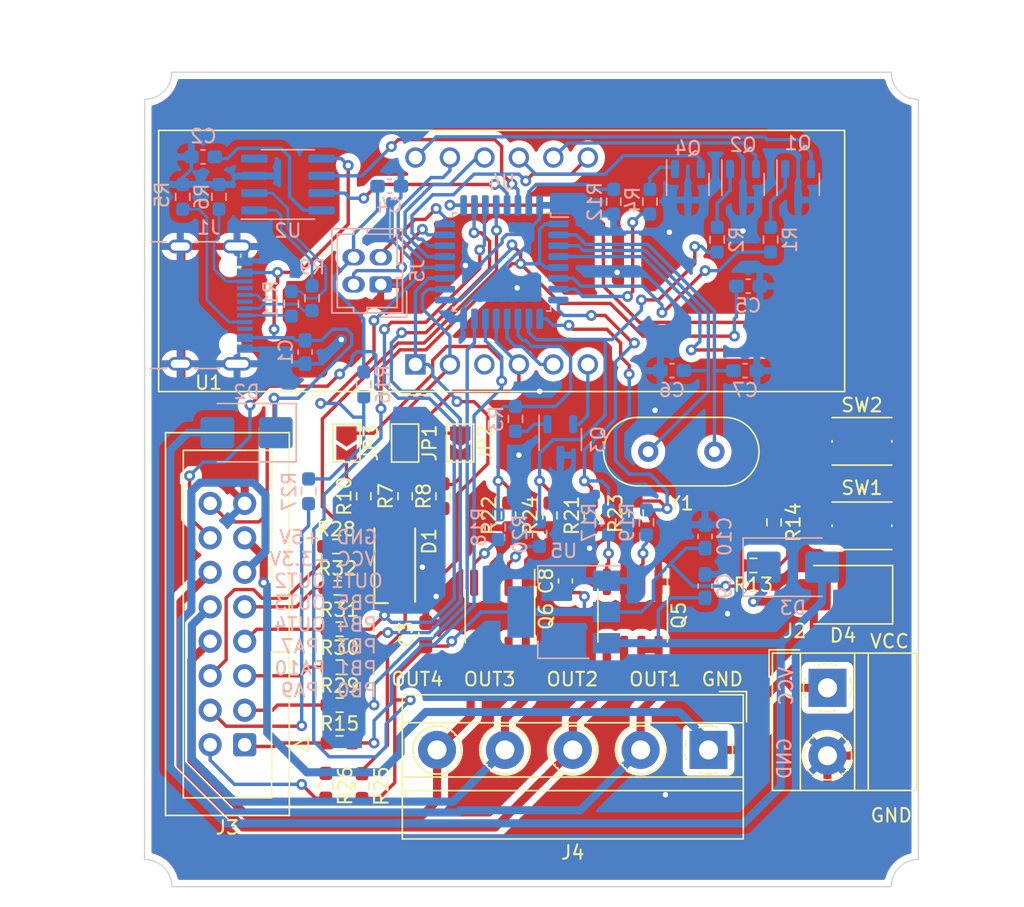
<source format=kicad_pcb>
(kicad_pcb (version 20211014) (generator pcbnew)
  (layers (0 "F.Cu" signal) (31 "B.Cu" signal) (34 "B.Paste" user) (35 "F.Paste" user) (36 "B.SilkS" user "B.Silkscreen") (37 "F.SilkS" user "F.Silkscreen") (38 "B.Mask" user) (39 "F.Mask" user) (44 "Edge.Cuts" user))
  (net 0 "")
  (net 1 "GND")
  (net 2 "Net-(Q5-Pad2)")
  (net 3 "Net-(Q5-Pad4)")
  (net 4 "OUT2")
  (net 5 "OUT1")
  (net 6 "Net-(Q6-Pad2)")
  (net 7 "Net-(Q6-Pad4)")
  (net 8 "OUT4")
  (net 9 "OUT3")
  (net 10 "dpx")
  (net 11 "c")
  (net 12 "g")
  (net 13 "CA4")
  (net 14 "b")
  (net 15 "CA3")
  (net 16 "CA2")
  (net 17 "f")
  (net 18 "CA1")
  (net 19 "Net-(R9-Pad2)")
  (net 20 "Net-(R11-Pad2)")
  (net 22 "+5V")
  (net 23 "USART1_RX")
  (net 24 "USART1_TX")
  (net 25 "Net-(C2-Pad2)")
  (net 26 "+3V3")
  (net 27 "Net-(C9-Pad1)")
  (net 28 "LED1")
  (net 29 "LED2")
  (net 30 "LED3")
  (net 31 "RESET")
  (net 32 "CA1_CTRL")
  (net 33 "CA2_CTRL")
  (net 34 "CA3_CTRL")
  (net 35 "CA4_CTRL")
  (net 36 "PB0_IO")
  (net 37 "PB1_IO")
  (net 38 "SW1")
  (net 39 "OUT1_CTRL")
  (net 40 "OUT2_CTRL")
  (net 41 "dpx_swdio")
  (net 42 "swclk")
  (net 43 "SPI1_SCK")
  (net 44 "SPI1_MISO")
  (net 45 "SPI1_MOSI")
  (net 46 "Q2")
  (net 47 "Q1")
  (net 48 "Net-(D1-Pad1)")
  (net 49 "Net-(D1-Pad2)")
  (net 50 "Net-(D1-Pad3)")
  (net 51 "VCC")
  (net 52 "/CC1")
  (net 53 "/USB_D+")
  (net 54 "/USB_D-")
  (net 56 "/CC2")
  (net 58 "Net-(J3-Pad1)")
  (net 59 "Net-(J3-Pad2)")
  (net 60 "Net-(J3-Pad3)")
  (net 61 "Net-(J3-Pad4)")
  (net 62 "Net-(J3-Pad5)")
  (net 63 "Net-(J3-Pad6)")
  (net 64 "Net-(J3-Pad7)")
  (net 65 "Net-(J3-Pad9)")
  (net 66 "Net-(Q1-Pad1)")
  (net 67 "Net-(Q2-Pad1)")
  (net 68 "Net-(Q3-Pad1)")
  (net 69 "Net-(Q4-Pad1)")
  (net 70 "BOOT0")
  (net 71 "d")
  (net 72 "e_I2C1_SCL")
  (net 73 "a_I2C1_SDA")
  (footprint "Resistor_SMD:R_0603_1608Metric_Pad0.98x0.95mm_HandSolder" (layer "F.Cu") (at 109.982 151.2335 90)
    (fp_text reference "R8")
    (fp_text value "R")
  )
  (footprint "Resistor_SMD:R_0603_1608Metric_Pad0.98x0.95mm_HandSolder" (layer "F.Cu") (at 102.362 163.83)
    (fp_text reference "R30")
    (fp_text value "R")
  )
  (footprint "Resistor_SMD:R_0603_1608Metric_Pad0.98x0.95mm_HandSolder" (layer "F.Cu") (at 104.14 151.2335 90)
    (fp_text reference "R10")
    (fp_text value "R")
  )
  (footprint "Button_Switch_SMD:SW_Push_1P1T_NO_Vertical_Wuerth_434133025816" (layer "F.Cu") (at 140.843 147.193 180)
    (fp_text reference "SW2")
    (fp_text value "SW_DIP_x01")
  )
  (footprint "Resistor_SMD:R_0603_1608Metric_Pad0.98x0.95mm_HandSolder" (layer "F.Cu") (at 107.188 151.2335 90)
    (fp_text reference "R7")
    (fp_text value "R")
  )
  (footprint "Resistor_SMD:R_0603_1608Metric_Pad0.98x0.95mm_HandSolder" (layer "F.Cu") (at 120.904 152.654 90)
    (fp_text reference "R21")
    (fp_text value "R")
  )
  (footprint "Crystal:Crystal_HC49-4H_Vertical" (layer "F.Cu") (at 125.095 147.955)
    (fp_text reference "Y1")
    (fp_text value "Crystal")
  )
  (footprint "Diode_SMD:D_SMB" (layer "F.Cu") (at 139.446 158.496 180)
    (fp_text reference "D4")
    (fp_text value "D_TVS")
  )
  (footprint "Display_7Segment:CA56-12CGKWA" (layer "F.Cu") (at 107.95 141.5275 90)
    (fp_text reference "U1")
    (fp_text value "CC56-12CGKWA")
  )
  (footprint "Resistor_SMD:R_0603_1608Metric_Pad0.98x0.95mm_HandSolder" (layer "F.Cu") (at 102.108 154.94 180)
    (fp_text reference "R28")
    (fp_text value "R")
  )
  (footprint "LED_SMD:LED_RGB_1210" (layer "F.Cu") (at 106.426 156.3135 90)
    (fp_text reference "D1")
    (fp_text value "LED_BGRK")
  )
  (footprint "Resistor_SMD:R_0603_1608Metric_Pad0.98x0.95mm_HandSolder" (layer "F.Cu") (at 102.362 166.624)
    (fp_text reference "R29")
    (fp_text value "R")
  )
  (footprint "Package_SO:SOIC-8_3.9x4.9mm_P1.27mm" (layer "F.Cu") (at 123.952 160.02 -90)
    (fp_text reference "Q5")
    (fp_text value "FDS6890A")
  )
  (footprint "Resistor_SMD:R_0603_1608Metric_Pad0.98x0.95mm_HandSolder" (layer "F.Cu") (at 104.013 172.593 -90)
    (fp_text reference "R25")
    (fp_text value "R")
  )
  (footprint "Resistor_SMD:R_0603_1608Metric_Pad0.98x0.95mm_HandSolder" (layer "F.Cu") (at 132.842 156.337 180)
    (fp_text reference "R13")
    (fp_text value "R")
  )
  (footprint "Resistor_SMD:R_0603_1608Metric_Pad0.98x0.95mm_HandSolder" (layer "F.Cu") (at 124.206 152.5035 90)
    (fp_text reference "R23")
    (fp_text value "R")
  )
  (footprint "Button_Switch_SMD:SW_Push_1P1T_NO_Vertical_Wuerth_434133025816" (layer "F.Cu") (at 140.843 153.416)
    (fp_text reference "SW1")
    (fp_text value "SW_DIP_x01")
  )
  (footprint "Resistor_SMD:R_0603_1608Metric_Pad0.98x0.95mm_HandSolder" (layer "F.Cu") (at 102.362 169.418)
    (fp_text reference "R15")
    (fp_text value "R")
  )
  (footprint "Resistor_SMD:R_0603_1608Metric_Pad0.98x0.95mm_HandSolder" (layer "F.Cu") (at 101.346 172.5695 -90)
    (fp_text reference "R26")
    (fp_text value "R")
  )
  (footprint "TerminalBlock_MetzConnect:TerminalBlock_MetzConnect_Type011_RT05505HBWC_1x05_P5.00mm_Horizontal" (layer "F.Cu") (at 129.54 169.926 180)
    (fp_text reference "J4")
    (fp_text value "Conn_01x05_Female")
  )
  (footprint "Resistor_SMD:R_0603_1608Metric_Pad0.98x0.95mm_HandSolder" (layer "F.Cu") (at 114.808 152.654 90)
    (fp_text reference "R22")
    (fp_text value "R")
  )
  (footprint "Jumper:SolderJumper-2_P1.3mm_Open_TrianglePad1.0x1.5mm" (layer "F.Cu") (at 102.87 147.32 -90)
    (fp_text reference "JP3")
    (fp_text value "Jumper_2_Open")
  )
  (footprint "Resistor_SMD:R_0603_1608Metric_Pad0.98x0.95mm_HandSolder" (layer "F.Cu") (at 117.856 152.654 90)
    (fp_text reference "R24")
    (fp_text value "R")
  )
  (footprint "Resistor_SMD:R_0603_1608Metric_Pad0.98x0.95mm_HandSolder" (layer "F.Cu") (at 102.362 161.036)
    (fp_text reference "R31")
    (fp_text value "R")
  )
  (footprint "Resistor_SMD:R_0603_1608Metric_Pad0.98x0.95mm_HandSolder" (layer "F.Cu") (at 134.366 153.162 -90)
    (fp_text reference "R14")
    (fp_text value "R")
  )
  (footprint "Jumper:SolderJumper-2_P1.3mm_Open_TrianglePad1.0x1.5mm" (layer "F.Cu") (at 107.188 147.32 -90)
    (fp_text reference "JP1")
    (fp_text value "Jumper_2_Open")
  )
  (footprint "Resistor_SMD:R_0603_1608Metric_Pad0.98x0.95mm_HandSolder" (layer "F.Cu") (at 102.2115 157.988)
    (fp_text reference "R32")
    (fp_text value "R")
  )
  (footprint "Capacitor_SMD:C_0603_1608Metric_Pad1.08x0.95mm_HandSolder" (layer "F.Cu") (at 118.999 157.48 90)
    (fp_text reference "C8")
    (fp_text value "C")
  )
  (footprint "Package_SO:SOIC-8_3.9x4.9mm_P1.27mm" (layer "F.Cu") (at 114.173 160.085 -90)
    (fp_text reference "Q6")
    (fp_text value "FDS6890A")
  )
  (footprint "Connector_IDC:IDC-Header_2x08_P2.54mm_Vertical" (layer "F.Cu") (at 95.3675 169.545 180)
    (fp_text reference "J3")
    (fp_text value "Conn_02x08_Odd_Even")
  )
  (footprint "Jumper:SolderJumper-2_P1.3mm_Open_TrianglePad1.0x1.5mm" (layer "F.Cu") (at 111.252 147.32 -90)
    (fp_text reference "JP2")
    (fp_text value "Jumper_2_Open")
  )
  (footprint "TerminalBlock_MetzConnect:TerminalBlock_MetzConnect_Type011_RT05502HBWC_1x02_P5.00mm_Horizontal" (layer "F.Cu") (at 138.303 165.354 -90)
    (fp_text reference "J2")
    (fp_text value "Conn_01x02_Male")
  )
  (footprint "Capacitor_SMD:C_0603_1608Metric_Pad1.08x0.95mm_HandSolder" (layer "F.Cu") (at 108.712 161.417 90)
    (fp_text reference "C3")
    (fp_text value "C")
  )
  (footprint "Resistor_SMD:R_0603_1608Metric_Pad0.98x0.95mm_HandSolder" (layer "B.Cu") (at 117.094 154.0275 -90)
    (fp_text reference "R20")
    (fp_text value "R")
  )
  (footprint "Resistor_SMD:R_0603_1608Metric_Pad0.98x0.95mm_HandSolder" (layer "B.Cu") (at 130.175 132.334 90)
    (fp_text reference "R2")
    (fp_text value "R")
  )
  (footprint "Package_SO:SOIC-8_3.9x4.9mm_P1.27mm" (layer "B.Cu") (at 98.552 128.27)
    (fp_text reference "U2")
    (fp_text value "CH330N")
  )
  (footprint "Package_TO_SOT_SMD:SOT-23-3" (layer "B.Cu") (at 118.618 147.066 -90)
    (fp_text reference "Q3")
    (fp_text value "Q_NPN_BCE")
  )
  (footprint "Capacitor_SMD:C_0603_1608Metric_Pad1.08x0.95mm_HandSolder" (layer "B.Cu") (at 132.2335 141.986)
    (fp_text reference "C7")
    (fp_text value "C")
  )
  (footprint "Package_TO_SOT_SMD:SOT-23-3" (layer "B.Cu") (at 128.016 128.27 -90)
    (fp_text reference "Q4")
    (fp_text value "Q_NPN_BCE")
  )
  (footprint "Resistor_SMD:R_0603_1608Metric_Pad0.98x0.95mm_HandSolder" (layer "B.Cu") (at 115.316 145.542 -90)
    (fp_text reference "R3")
    (fp_text value "R")
  )
  (footprint "Package_QFP:LQFP-32_7x7mm_P0.8mm" (layer "B.Cu") (at 114.3 133.985 180)
    (fp_text reference "U4")
    (fp_text value "STM32F030K6Tx")
  )
  (footprint "Resistor_SMD:R_0603_1608Metric_Pad0.98x0.95mm_HandSolder" (layer "B.Cu") (at 124.968 153.162 -90)
    (fp_text reference "R19")
    (fp_text value "R")
  )
  (footprint "Resistor_SMD:R_0603_1608Metric_Pad0.98x0.95mm_HandSolder" (layer "B.Cu") (at 98.806 137.0565 90)
    (fp_text reference "R11")
    (fp_text value "R")
  )
  (footprint "Resistor_SMD:R_0603_1608Metric_Pad0.98x0.95mm_HandSolder" (layer "B.Cu") (at 122.555 129.54 90)
    (fp_text reference "R12")
    (fp_text value "R")
  )
  (footprint "Resistor_SMD:R_0603_1608Metric_Pad0.98x0.95mm_HandSolder" (layer "B.Cu") (at 114.046 153.5195 -90)
    (fp_text reference "R18")
    (fp_text value "R")
  )
  (footprint "Resistor_SMD:R_0603_1608Metric_Pad0.98x0.95mm_HandSolder" (layer "B.Cu") (at 104.14 143.002 90)
    (fp_text reference "R16")
    (fp_text value "R")
  )
  (footprint "Resistor_SMD:R_0603_1608Metric_Pad0.98x0.95mm_HandSolder" (layer "B.Cu") (at 125.222 129.54 90)
    (fp_text reference "R4")
    (fp_text value "R")
  )
  (footprint "Capacitor_SMD:C_0603_1608Metric_Pad1.08x0.95mm_HandSolder" (layer "B.Cu") (at 129.286 157.861 90)
    (fp_text reference "C9")
    (fp_text value "C")
  )
  (footprint "Diode_SMD:D_SMB" (layer "B.Cu") (at 95.504 146.558 180)
    (fp_text reference "D2")
    (fp_text value "DIODE")
  )
  (footprint "Capacitor_SMD:C_0603_1608Metric_Pad1.08x0.95mm_HandSolder" (layer "B.Cu") (at 132.461 135.763)
    (fp_text reference "C5")
    (fp_text value "C")
  )
  (footprint "Resistor_SMD:R_0603_1608Metric_Pad0.98x0.95mm_HandSolder" (layer "B.Cu") (at 122.174 153.162 -90)
    (fp_text reference "R17")
    (fp_text value "R")
  )
  (footprint "Package_TO_SOT_SMD:SOT-23-3" (layer "B.Cu") (at 136.144 128.27 -90)
    (fp_text reference "Q1")
    (fp_text value "Q_NPN_BCE")
  )
  (footprint "Diode_SMD:D_SMB" (layer "B.Cu") (at 135.754 156.464)
    (fp_text reference "D3")
    (fp_text value "DIODE")
  )
  (footprint "Capacitor_SMD:C_0603_1608Metric_Pad1.08x0.95mm_HandSolder" (layer "B.Cu") (at 106.0185 128.397)
    (fp_text reference "C4")
    (fp_text value "C")
  )
  (footprint "Resistor_SMD:R_0603_1608Metric_Pad0.98x0.95mm_HandSolder" (layer "B.Cu") (at 134.112 132.334 90)
    (fp_text reference "R1")
    (fp_text value "R")
  )
  (footprint "Resistor_SMD:R_0603_1608Metric_Pad0.98x0.95mm_HandSolder" (layer "B.Cu") (at 100.076 150.876 -90)
    (fp_text reference "R27")
    (fp_text value "R")
  )
  (footprint "Resistor_SMD:R_0603_1608Metric_Pad0.98x0.95mm_HandSolder" (layer "B.Cu") (at 90.805 129.1825 90)
    (fp_text reference "R5")
    (fp_text value "R")
  )
  (footprint "Capacitor_SMD:C_0603_1608Metric_Pad1.08x0.95mm_HandSolder" (layer "B.Cu") (at 99.822 140.6155 -90)
    (fp_text reference "C1")
    (fp_text value "C")
  )
  (footprint "Package_TO_SOT_SMD:SOT-223-3_TabPin2" (layer "B.Cu") (at 118.872 159.766 180)
    (fp_text reference "U5")
    (fp_text value "LD1117S33TR_SOT223")
  )
  (footprint "Capacitor_SMD:C_0603_1608Metric_Pad1.08x0.95mm_HandSolder" (layer "B.Cu") (at 126.8465 141.986)
    (fp_text reference "C6")
    (fp_text value "C")
  )
  (footprint "Connector_Hirose:Hirose_DF11-4DP-2DSA_2x02_P2.00mm_Vertical" (layer "B.Cu") (at 105.394 135.636 90)
    (fp_text reference "J5")
    (fp_text value "Conn_01x04_Female")
  )
  (footprint "Capacitor_SMD:C_0603_1608Metric_Pad1.08x0.95mm_HandSolder" (layer "B.Cu") (at 92.3025 126.238)
    (fp_text reference "C2")
    (fp_text value "C")
  )
  (footprint "Resistor_SMD:R_0603_1608Metric_Pad0.98x0.95mm_HandSolder" (layer "B.Cu") (at 100.33 136.652 90)
    (fp_text reference "R9")
    (fp_text value "R")
  )
  (footprint "Connector_USB:USB_C_Receptacle_GCT_USB4105-xx-A_16P_TopMnt_Horizontal" (layer "B.Cu") (at 91.694 137.16 90)
    (fp_text reference "J1")
    (fp_text value "USB_C_Receptacle_USB2.0")
  )
  (footprint "Package_TO_SOT_SMD:SOT-23-3" (layer "B.Cu") (at 132.08 128.27 -90)
    (fp_text reference "Q2")
    (fp_text value "Q_NPN_BCE")
  )
  (footprint "Capacitor_SMD:C_0603_1608Metric_Pad1.08x0.95mm_HandSolder" (layer "B.Cu") (at 129.286 154.2045 90)
    (fp_text reference "C10")
    (fp_text value "C")
  )
  (footprint "Resistor_SMD:R_0603_1608Metric_Pad0.98x0.95mm_HandSolder" (layer "B.Cu") (at 93.472 129.1825 90)
    (fp_text reference "R6")
    (fp_text value "R")
  )
  (gr_arc (start 143 180) (mid 143.585786 178.585786) (end 145 178) (layer "Edge.Cuts") (width 0.1))
  (gr_arc (start 145 122) (mid 143.585786 121.414214) (end 143 120) (layer "Edge.Cuts") (width 0.1))
  (gr_arc (start 90 120) (mid 89.414214 121.414214) (end 88 122) (layer "Edge.Cuts") (width 0.1))
  (gr_line (start 143 120) (end 90 120) (layer "Edge.Cuts") (width 0.1))
  (gr_line (start 145 178) (end 145 122) (layer "Edge.Cuts") (width 0.1))
  (gr_arc (start 88 178) (mid 89.414214 178.585786) (end 90 180) (layer "Edge.Cuts") (width 0.1))
  (gr_line (start 90 180) (end 143 180) (layer "Edge.Cuts") (width 0.1))
  (gr_line (start 88 122) (end 87.993786 177.976214) (layer "Edge.Cuts") (width 0.1))
  (gr_text "+5V\n+3.3V\nOUT2\nOUT3\nOUT4\nPA7\nPA10\nPA9\n" (at 99.441 159.893) (layer "B.SilkS") (effects (font (size 1 1)) (justify mirror)))
  (gr_text "VCC" (at 135.255 165.227 90) (layer "B.SilkS") (effects (font (size 1 1)) (justify mirror)))
  (gr_text "GND\nVCC\nOUT1\nPB5\nPB4\nPB3\nPB1\nPB0" (at 103.632 159.893) (layer "B.SilkS") (effects (font (size 1 1)) (justify mirror)))
  (gr_text "GND" (at 135.128 170.561 90) (layer "B.SilkS") (effects (font (size 1 1)) (justify mirror)))
  (gr_text "VCC" (at 142.875 161.925) (layer "F.SilkS") (effects (font (size 1 1))))
  (gr_text "OUT4  OUT3   OUT2   OUT1  GND" (at 119.126 164.719) (layer "F.SilkS") (effects (font (size 1 1))))
  (gr_text "GND" (at 143.002 174.752) (layer "F.SilkS") (effects (font (size 1 1))))
  (segment (start 138.303 173.843) (end 138.303 170.354) (width 0.6) (layer "F.Cu") (net 1))
  (segment (start 113.538 157.61) (end 113.538 159.512) (width 0.4) (layer "F.Cu") (net 1))
  (segment (start 105.394 136.287) (end 105.394 135.636) (width 0.25) (layer "F.Cu") (net 1))
  (segment (start 106.807 156.591) (end 108.331 156.591) (width 0.25) (layer "F.Cu") (net 1))
  (segment (start 120.5865 155.2575) (end 117.9195 155.2575) (width 0.25) (layer "F.Cu") (net 1))
  (segment (start 118.999 155.321) (end 118.9355 155.2575) (width 0.25) (layer "F.Cu") (net 1))
  (segment (start 114.808 154.94) (end 113.538 156.21) (width 0.25) (layer "F.Cu") (net 1))
  (segment (start 109.474 158.623) (end 110.3365 159.4855) (width 0.25) (layer "F.Cu") (net 1))
  (segment (start 143.578 152.341) (end 144.018 152.781) (width 0.25) (layer "F.Cu") (net 1))
  (segment (start 108.712 160.5545) (end 110.3365 160.5545) (width 0.25) (layer "F.Cu") (net 1))
  (segment (start 108.331 156.591) (end 108.458 156.464) (width 0.25) (layer "F.Cu") (net 1))
  (segment (start 102.489 139.67999) (end 103.759 138.40999) (width 0.25) (layer "F.Cu") (net 1))
  (segment (start 142.918 152.341) (end 143.578 152.341) (width 0.25) (layer "F.Cu") (net 1))
  (segment (start 95.3675 150.4855) (end 93.599 148.717) (width 0.6) (layer "F.Cu") (net 1))
  (segment (start 117.348 154.686) (end 116.078 155.956) (width 0.25) (layer "F.Cu") (net 1))
  (segment (start 127.254 161.29) (end 127.254 176.403) (width 0.4) (layer "F.Cu") (net 1))
  (segment (start 113.538 156.21) (end 113.538 157.61) (width 0.25) (layer "F.Cu") (net 1))
  (segment (start 144.018 152.781) (end 144.018 157.861) (width 0.25) (layer "F.Cu") (net 1))
  (segment (start 90.873 132.84) (end 90.873 141.48) (width 0.25) (layer "F.Cu") (net 1))
  (segment (start 127.254 161.29) (end 129.667 161.29) (width 0.4) (layer "F.Cu") (net 1))
  (segment (start 113.5115 160.5545) (end 114.046 160.02) (width 0.25) (layer "F.Cu") (net 1))
  (segment (start 120.904 153.5665) (end 122.5785 153.5665) (width 0.25) (layer "F.Cu") (net 1))
  (segment (start 113.538 159.512) (end 114.046 160.02) (width 0.4) (layer "F.Cu") (net 1))
  (segment (start 141.605 158.505) (end 141.605 168.783) (width 0.6) (layer "F.Cu") (net 1))
  (segment (start 89.84 151.714) (end 89.84 171.501) (width 0.6) (layer "F.Cu") (net 1))
  (segment (start 114.808 153.5665) (end 114.808 154.94) (width 0.25) (layer "F.Cu") (net 1))
  (segment (start 91.054121 148.717) (end 90.297 149.474121) (width 0.6) (layer "F.Cu") (net 1))
  (segment (start 93.599 148.717) (end 91.054121 148.717) (width 0.6) (layer "F.Cu") (net 1))
  (segment (start 125.222 153.416) (end 125.857 154.051) (width 0.25) (layer "F.Cu") (net 1))
  (segment (start 105.726 154.5635) (end 105.726 155.51) (width 0.25) (layer "F.Cu") (net 1))
  (segment (start 110.633 135.366) (end 111.633 134.366) (width 0.25) (layer "F.Cu") (net 1))
  (segment (start 102.489 139.7) (end 102.489 139.67999) (width 0.25) (layer "F.Cu") (net 1))
  (segment (start 123.317 154.305) (end 123.317 157.545) (width 0.25) (layer "F.Cu") (net 1))
  (segment (start 135.705 176.441) (end 138.303 173.843) (width 0.6) (layer "F.Cu") (net 1))
  (segment (start 117.9195 155.2575) (end 117.348 154.686) (width 0.25) (layer "F.Cu") (net 1))
  (segment (start 123.317 159.893) (end 123.19 160.02) (width 0.4) (layer "F.Cu") (net 1))
  (segment (start 130.937 160.02) (end 130.937 159.893) (width 0.4) (layer "F.Cu") (net 1))
  (segment (start 90.297 151.257) (end 89.84 151.714) (width 0.6) (layer "F.Cu") (net 1))
  (segment (start 142.918 152.341) (end 142.918 148.268) (width 0.25) (layer "F.Cu") (net 1))
  (segment (start 117.856 154.178) (end 117.348 154.686) (width 0.25) (layer "F.Cu") (net 1))
  (segment (start 127.254 176.403) (end 127.381 176.53) (width 0.4) (layer "F.Cu") (net 1))
  (segment (start 117.856 153.5665) (end 117.856 154.178) (width 0.25) (layer "F.Cu") (net 1))
  (segment (start 125.857 157.545) (end 125.857 159.893) (width 0.4) (layer "F.Cu") (net 1))
  (segment (start 94.78 176.441) (end 135.705 176.441) (width 0.6) (layer "F.Cu") (net 1))
  (segment (start 103.759 137.922) (end 105.394 136.287) (width 0.25) (layer "F.Cu") (net 1))
  (segment (start 125.857 159.893) (end 125.984 160.02) (width 0.4) (layer "F.Cu") (net 1))
  (segment (start 141.605 168.783) (end 140.034 170.354) (width 0.6) (layer "F.Cu") (net 1))
  (segment (start 120.777 155.067) (end 120.5865 155.2575) (width 0.25) (layer "F.Cu") (net 1))
  (segment (start 129.667 161.29) (end 130.937 160.02) (width 0.4) (layer "F.Cu") (net 1))
  (segment (start 123.317 157.545) (end 123.317 159.893) (width 0.4) (layer "F.Cu") (net 1))
  (segment (start 90.873 148.535879) (end 91.054121 148.717) (width 0.25) (layer "F.Cu") (net 1))
  (segment (start 138.303 173.355) (end 138.303 170.354) (width 0.4) (layer "F.Cu") (net 1))
  (segment (start 90.297 149.474121) (end 90.297 151.257) (width 0.6) (layer "F.Cu") (net 1))
  (segment (start 110.3365 159.4855) (end 110.3365 160.5545) (width 0.25) (layer "F.Cu") (net 1))
  (segment (start 95.053 141.48) (end 90.873 141.48) (width 0.25) (layer "F.Cu") (net 1))
  (segment (start 105.726 155.51) (end 106.807 156.591) (width 0.25) (layer "F.Cu") (net 1))
  (segment (start 141.596 158.496) (end 141.605 158.505) (width 0.6) (layer "F.Cu") (net 1))
  (segment (start 116.078 155.956) (end 116.078 157.61) (width 0.25) (layer "F.Cu") (net 1))
  (segment (start 116.078 160.02) (end 123.19 160.02) (width 0.4) (layer "F.Cu") (net 1))
  (segment (start 90.873 141.48) (end 90.873 148.535879) (width 0.25) (layer "F.Cu") (net 1))
  (segment (start 138.768 152.341) (end 142.918 152.341) (width 0.25) (layer "F.Cu") (net 1))
  (segment (start 118.999 156.6175) (end 118.999 155.321) (width 0.25) (layer "F.Cu") (net 1))
  (segment (start 116.078 157.61) (end 116.078 160.02) (width 0.4) (layer "F.Cu") (net 1))
  (segment (start 142.918 148.268) (end 138.768 148.268) (width 0.25) (layer "F.Cu") (net 1))
  (segment (start 125.984 160.02) (end 127.254 161.29) (width 0.4) (layer "F.Cu") (net 1))
  (segment (start 105.394 135.636) (end 105.664 135.366) (width 0.25) (layer "F.Cu") (net 1))
  (segment (start 125.857 154.051) (end 125.857 157.545) (width 0.25) (layer "F.Cu") (net 1))
  (segment (start 95.053 132.84) (end 90.873 132.84) (width 0.25) (layer "F.Cu") (net 1))
  (segment (start 95.3675 151.765) (end 95.3675 150.4855) (width 0.6) (layer "F.Cu") (net 1))
  (segment (start 111.633 134.366) (end 111.633 134.239) (width 0.25) (layer "F.Cu") (net 1))
  (segment (start 122.5785 153.5665) (end 123.317 154.305) (width 0.25) (layer "F.Cu") (net 1))
  (segment (start 89.84 171.501) (end 94.78 176.441) (width 0.6) (layer "F.Cu") (net 1))
  (segment (start 124.206 153.416) (end 125.222 153.416) (width 0.25) (layer "F.Cu") (net 1))
  (segment (start 114.046 160.02) (end 116.078 160.02) (width 0.4) (layer "F.Cu") (net 1))
  (segment (start 123.19 160.02) (end 125.984 160.02) (width 0.4) (layer "F.Cu") (net 1))
  (segment (start 105.664 135.366) (end 110.633 135.366) (width 0.25) (layer "F.Cu") (net 1))
  (segment (start 103.759 138.40999) (end 103.759 137.922) (width 0.25) (layer "F.Cu") (net 1))
  (segment (start 110.3365 160.5545) (end 113.5115 160.5545) (width 0.25) (layer "F.Cu") (net 1))
  (segment (start 140.034 170.354) (end 138.303 170.354) (width 0.6) (layer "F.Cu") (net 1))
  (segment (start 144.018 157.861) (end 143.383 158.496) (width 0.25) (layer "F.Cu") (net 1))
  (segment (start 143.383 158.496) (end 141.596 158.496) (width 0.25) (layer "F.Cu") (net 1))
  (segment (start 118.9355 155.2575) (end 117.9195 155.2575) (width 0.25) (layer "F.Cu") (net 1))
  (via (at 109.474 158.623) (size 0.8) (drill 0.4) (layers "F.Cu" "B.Cu") (net 1))
  (via (at 102.489 139.7) (size 0.8) (drill 0.4) (layers "F.Cu" "B.Cu") (net 1))
  (via (at 130.937 159.893) (size 0.8) (drill 0.4) (layers "F.Cu" "B.Cu") (net 1))
  (via (at 120.777 155.067) (size 0.8) (drill 0.4) (layers "F.Cu" "B.Cu") (net 1))
  (via (at 132.08 131.699) (size 0.8) (drill 0.4) (layers "F.Cu" "B.Cu") (net 1))
  (via (at 115.443 135.89) (size 0.8) (drill 0.4) (layers "F.Cu" "B.Cu") (net 1))
  (via (at 108.458 156.464) (size 0.8) (drill 0.4) (layers "F.Cu" "B.Cu") (net 1))
  (via (at 126.365 173.228) (size 0.8) (drill 0.4) (layers "F.Cu" "B.Cu") (net 1))
  (via (at 126.656 131.789) (size 0.8) (drill 0.4) (layers "F.Cu" "B.Cu") (net 1))
  (via (at 122.809 134.747) (size 0.8) (drill 0.4) (layers "F.Cu" "B.Cu") (net 1))
  (via (at 125.603 144.907) (size 0.8) (drill 0.4) (layers "F.Cu" "B.Cu") (net 1))
  (via (at 115.57 148.209) (size 0.8) (drill 0.4) (layers "F.Cu" "B.Cu") (net 1))
  (via (at 111.633 134.239) (size 0.8) (drill 0.4) (layers "F.Cu" "B.Cu") (net 1))
  (via (at 117.094 143.51) (size 0.8) (drill 0.4) (layers "F.Cu" "B.Cu") (net 1))
  (segment (start 121.5625 130.4525) (end 122.555 130.4525) (width 0.25) (layer "B.Cu") (net 1))
  (segment (start 106.23 129.863) (end 106.23 132.392) (width 0.25) (layer "B.Cu") (net 1))
  (segment (start 119.507 155.067) (end 119.507 156.464) (width 0.25) (layer "B.Cu") (net 1))
  (segment (start 122.555 131.191) (end 123.153 131.789) (width 0.25) (layer "B.Cu") (net 1))
  (segment (start 129.286 156.9985) (end 130.2755 156.9985) (width 0.25) (layer "B.Cu") (net 1))
  (segment (start 135.3185 136.7155) (end 133.096 138.938) (width 0.25) (layer "B.Cu") (net 1))
  (segment (start 118.618 148.2035) (end 118.618 150.495) (width 0.25) (layer "B.Cu") (net 1))
  (segment (start 106.807 135.636) (end 105.394 135.636) (width 0.25) (layer "B.Cu") (net 1))
  (segment (start 96.899 132.84) (end 95.053 132.84) (width 0.25) (layer "B.Cu") (net 1))
  (segment (start 114.681 131.953) (end 116.586 131.953) (width 0.25) (layer "B.Cu") (net 1))
  (segment (start 106.23 132.392) (end 107.696 133.858) (width 0.25) (layer "B.Cu") (net 1))
  (segment (start 102.489 140.081) (end 102.489 139.7) (width 0.25) (layer "B.Cu") (net 1))
  (segment (start 116.586 131.318) (end 117.1 130.804) (width 0.25) (layer "B.Cu") (net 1))
  (segment (start 135.763 132.715) (end 135.763 136.271) (width 0.25) (layer "B.Cu") (net 1))
  (segment (start 106.881 128.397) (end 106.881 129.212) (width 0.25) (layer "B.Cu") (net 1))
  (segment (start 99.822 141.478) (end 101.092 141.478) (width 0.25) (layer "B.Cu") (net 1))
  (segment (start 97.282 133.604) (end 97.282 133.223) (width 0.25) (layer "B.Cu") (net 1))
  (segment (start 98.044 141.478) (end 96.926 140.36) (width 0.25) (layer "B.Cu") (net 1))
  (segment (start 131.572 157.48) (end 131.572 159.258) (width 0.25) (layer "B.Cu") (net 1))
  (segment (start 115.396695 133.387) (end 115.533 133.387) (width 0.25) (layer "B.Cu") (net 1))
  (segment (start 119.507 151.384) (end 119.507 155.067) (width 0.25) (layer "B.Cu") (net 1))
  (segment (start 132.08 129.4075) (end 132.08 131.699) (width 0.25) (layer "B.Cu") (net 1))
  (segment (start 107.696 134.747) (end 106.807 135.636) (width 0.25) (layer "B.Cu") (net 1))
  (segment (start 97.282 133.223) (end 96.899 132.84) (width 0.25) (layer "B.Cu") (net 1))
  (segment (start 91.44 127.127) (end 90.805 127.762) (width 0.25) (layer "B.Cu") (net 1))
  (segment (start 128.016 131.064) (end 128.016 129.4075) (width 0.25) (layer "B.Cu") (net 1))
  (segment (start 99.822 141.478) (end 98.044 141.478) (width 0.25) (layer "B.Cu") (net 1))
  (segment (start 130.2755 156.9985) (end 130.683 156.591) (width 0.25) (layer "B.Cu") (net 1))
  (segment (start 130.683 156.591) (end 131.572 157.48) (width 0.25) (layer "B.Cu") (net 1))
  (segment (start 96.926 140.36) (end 95.374 140.36) (width 0.25) (layer "B.Cu") (net 1))
  (segment (start 133.3235 135.763) (end 134.366 135.763) (width 0.25) (layer "B.Cu") (net 1))
  (segment (start 122.555 130.4525) (end 122.555 131.191) (width 0.25) (layer "B.Cu") (net 1))
  (segment (start 96.926 133.96) (end 95.374 133.96) (width 0.25) (layer "B.Cu") (net 1))
  (segment (start 111.5 138.16) (end 111.5 137.283695) (width 0.25) (layer "B.Cu") (net 1))
  (segment (start 119.507 156.464) (end 120.509 157.466) (width 0.25) (layer "B.Cu") (net 1))
  (segment (start 135.763 136.271) (end 135.3185 136.7155) (width 0.25) (layer "B.Cu") (net 1))
  (segment (start 120.92 129.81) (end 121.5625 130.4525) (width 0.25) (layer "B.Cu") (net 1))
  (segment (start 126.656 131.789) (end 127.291 131.789) (width 0.25) (layer "B.Cu") (net 1))
  (segment (start 94.869 127.635) (end 94.234 128.27) (width 0.25) (layer "B.Cu") (net 1))
  (segment (start 96.926 133.96) (end 97.282 133.604) (width 0.25) (layer "B.Cu") (net 1))
  (segment (start 116.586 132.334) (end 116.586 131.953) (width 0.25) (layer "B.Cu") (net 1))
  (segment (start 133.096 141.986) (end 133.096 138.938) (width 0.25) (layer "B.Cu") (net 1))
  (segment (start 96.077 127.635) (end 94.869 127.635) (width 0.25) (layer "B.Cu") (net 1))
  (segment (start 127.291 131.789) (end 128.016 131.064) (width 0.25) (layer "B.Cu") (net 1))
  (segment (start 130.355 153.342) (end 129.286 153.342) (width 0.25) (layer "B.Cu") (net 1))
  (segment (start 136.144 129.4075) (end 136.144 132.334) (width 0.25) (layer "B.Cu") (net 1))
  (segment (start 134.366 135.763) (end 135.3185 136.7155) (width 0.25) (layer "B.Cu") (net 1))
  (segment (start 130.683 156.591) (end 130.683 153.67) (width 0.25) (layer "B.Cu") (net 1))
  (segment (start 119.507 155.067) (end 120.523 155.067) (width 0.25) (layer "B.Cu") (net 1))
  (segment (start 123.153 131.789) (end 126.656 131.789) (width 0.25) (layer "B.Cu") (net 1))
  (segment (start 112.649 134.239) (end 114.337 132.551) (width 0.25) (layer "B.Cu") (net 1))
  (segment (start 117.1 130.804) (end 117.1 129.81) (width 0.25) (layer "B.Cu") (net 1))
  (segment (start 93.472 128.27) (end 90.805 128.27) (width 0.2) (layer "B.Cu") (net 1))
  (segment (start 107.696 133.858) (end 107.696 134.747) (width 0.25) (layer "B.Cu") (net 1))
  (segment (start 136.144 132.334) (end 135.763 132.715) (width 0.25) (layer "B.Cu") (net 1))
  (segment (start 131.572 159.258) (end 130.937 159.893) (width 0.25) (layer "B.Cu") (net 1))
  (segment (start 111.633 134.239) (end 112.649 134.239) (width 0.25) (layer "B.Cu") (net 1))
  (segment (start 120.523 155.067) (end 120.777 155.067) (width 0.25) (layer "B.Cu") (net 1))
  (segment (start 90.805 127.762) (end 90.805 128.27) (width 0.25) (layer "B.Cu") (net 1))
  (segment (start 101.092 141.478) (end 102.489 140.081) (width 0.25) (layer "B.Cu") (net 1))
  (segment (start 114.337 132.551) (end 114.337 132.297) (width 0.25) (layer "B.Cu") (net 1))
  (segment (start 91.44 126.238) (end 91.44 127.127) (width 0.25) (layer "B.Cu") (net 1))
  (segment (start 117.1 129.81) (end 120.92 129.81) (width 0.25) (layer "B.Cu") (net 1))
  (segment (start 111.5 137.283695) (end 115.396695 133.387) (width 0.25) (layer "B.Cu") (net 1))
  (segment (start 115.533 133.387) (end 116.586 132.334) (width 0.25) (layer "B.Cu") (net 1))
  (segment (start 114.337 132.297) (end 114.681 131.953) (width 0.25) (layer "B.Cu") (net 1))
  (segment (start 106.881 129.212) (end 106.23 129.863) (width 0.25) (layer "B.Cu") (net 1))
  (segment (start 120.509 157.466) (end 122.022 157.466) (width 0.25) (layer "B.Cu") (net 1))
  (segment (start 130.683 153.67) (end 130.355 153.342) (width 0.25) (layer "B.Cu") (net 1))
  (segment (start 116.586 131.953) (end 116.586 131.318) (width 0.25) (layer "B.Cu") (net 1))
  (segment (start 118.618 150.495) (end 119.507 151.384) (width 0.25) (layer "B.Cu") (net 1))
  (segment (start 132.08 131.699) (end 132.08 131.953) (width 0.25) (layer "B.Cu") (net 1))
  (segment (start 94.234 128.27) (end 93.472 128.27) (width 0.25) (layer "B.Cu") (net 1))
  (segment (start 109.474 157.48) (end 109.474 158.623) (width 0.25) (layer "B.Cu") (net 1))
  (segment (start 108.458 156.464) (end 109.474 157.48) (width 0.25) (layer "B.Cu") (net 1))
  (segment (start 124.714 156.21) (end 124.587 156.337) (width 0.25) (layer "F.Cu") (net 2))
  (segment (start 124.714 155.448) (end 124.714 156.21) (width 0.25) (layer "F.Cu") (net 2))
  (segment (start 124.587 156.337) (end 124.587 157.545) (width 0.25) (layer "F.Cu") (net 2))
  (via (at 124.714 155.448) (size 0.8) (drill 0.4) (layers "F.Cu" "B.Cu") (net 2))
  (segment (start 124.968 154.686) (end 124.968 154.0745) (width 0.25) (layer "B.Cu") (net 2))
  (segment (start 124.714 154.94) (end 124.968 154.686) (width 0.25) (layer "B.Cu") (net 2))
  (segment (start 124.714 155.448) (end 124.714 154.94) (width 0.25) (layer "B.Cu") (net 2))
  (segment (start 122.047 157.545) (end 122.047 156.306) (width 0.25) (layer "F.Cu") (net 3))
  (segment (start 122.174 156.179) (end 122.174 155.448) (width 0.25) (layer "F.Cu") (net 3))
  (segment (start 122.047 156.306) (end 122.174 156.179) (width 0.25) (layer "F.Cu") (net 3))
  (via (at 122.174 155.448) (size 0.8) (drill 0.4) (layers "F.Cu" "B.Cu") (net 3))
  (segment (start 122.174 155.448) (end 122.174 154.0745) (width 0.25) (layer "B.Cu") (net 3))
  (segment (start 122.047 162.495) (end 122.047 165.227) (width 0.6) (layer "F.Cu") (net 4))
  (segment (start 119.54 167.734) (end 119.54 169.926) (width 0.6) (layer "F.Cu") (net 4))
  (segment (start 90.64 159.0325) (end 92.8275 156.845) (width 0.6) (layer "F.Cu") (net 4))
  (segment (start 123.317 162.495) (end 122.047 162.495) (width 0.6) (layer "F.Cu") (net 4))
  (segment (start 122.047 165.227) (end 119.54 167.734) (width 0.6) (layer "F.Cu") (net 4))
  (segment (start 90.64 171.01937) (end 90.64 159.0325) (width 0.6) (layer "F.Cu") (net 4))
  (segment (start 95.26163 175.641) (end 90.64 171.01937) (width 0.6) (layer "F.Cu") (net 4))
  (segment (start 113.825 175.641) (end 95.26163 175.641) (width 0.6) (layer "F.Cu") (net 4))
  (segment (start 119.54 169.926) (end 113.825 175.641) (width 0.6) (layer "F.Cu") (net 4))
  (segment (start 124.54 167.052) (end 124.54 169.926) (width 0.6) (layer "F.Cu") (net 5))
  (segment (start 125.857 165.735) (end 124.54 167.052) (width 0.6) (layer "F.Cu") (net 5))
  (segment (start 125.857 162.495) (end 125.857 165.735) (width 0.6) (layer "F.Cu") (net 5))
  (segment (start 124.587 162.495) (end 125.857 162.495) (width 0.6) (layer "F.Cu") (net 5))
  (segment (start 111.226371 174.371) (end 111.061371 174.536) (width 0.6) (layer "B.Cu") (net 5))
  (segment (start 96.901 155.3115) (end 95.3675 156.845) (width 0.6) (layer "B.Cu") (net 5))
  (segment (start 90.6775 160.40363) (end 91.44 159.64113) (width 0.6) (layer "B.Cu") (net 5))
  (segment (start 96.901 151.13) (end 96.901 155.3115) (width 0.6) (layer "B.Cu") (net 5))
  (segment (start 96.012 150.241) (end 96.901 151.13) (width 0.6) (layer "B.Cu") (net 5))
  (segment (start 91.44 159.64113) (end 91.44 150.876) (width 0.6) (layer "B.Cu") (net 5))
  (segment (start 111.061371 174.536) (end 94.283629 174.536) (width 0.6) (layer "B.Cu") (net 5))
  (segment (start 91.44 150.876) (end 92.075 150.241) (width 0.6) (layer "B.Cu") (net 5))
  (segment (start 90.6775 170.92987) (end 90.6775 160.40363) (width 0.6) (layer "B.Cu") (net 5))
  (segment (start 124.54 169.926) (end 120.095 174.371) (width 0.6) (layer "B.Cu") (net 5))
  (segment (start 120.095 174.371) (end 111.226371 174.371) (width 0.6) (layer "B.Cu") (net 5))
  (segment (start 94.283629 174.536) (end 90.6775 170.92987) (width 0.6) (layer "B.Cu") (net 5))
  (segment (start 92.075 150.241) (end 96.012 150.241) (width 0.6) (layer "B.Cu") (net 5))
  (segment (start 114.808 156.21) (end 114.808 157.61) (width 0.25) (layer "F.Cu") (net 6))
  (segment (start 115.316 155.702) (end 114.808 156.21) (width 0.25) (layer "F.Cu") (net 6))
  (via (at 115.316 155.702) (size 0.8) (drill 0.4) (layers "F.Cu" "B.Cu") (net 6))
  (segment (start 115.316 155.702) (end 116.078 154.94) (width 0.25) (layer "B.Cu") (net 6))
  (segment (start 116.078 154.94) (end 117.094 154.94) (width 0.25) (layer "B.Cu") (net 6))
  (segment (start 113.03 155.448) (end 112.268 156.21) (width 0.25) (layer "F.Cu") (net 7))
  (segment (start 112.268 156.21) (end 112.268 157.61) (width 0.25) (layer "F.Cu") (net 7))
  (via (at 113.03 155.448) (size 0.8) (drill 0.4) (layers "F.Cu" "B.Cu") (net 7))
  (segment (start 113.03 155.448) (end 114.046 154.432) (width 0.25) (layer "B.Cu") (net 7))
  (segment (start 112.268 165.608) (end 112.014 165.862) (width 0.6) (layer "F.Cu") (net 8))
  (segment (start 112.268 162.56) (end 112.268 165.608) (width 0.6) (layer "F.Cu") (net 8))
  (segment (start 109.54 169.926) (end 109.54 173.67) (width 0.6) (layer "F.Cu") (net 8))
  (segment (start 112.014 167.452) (end 109.54 169.926) (width 0.6) (layer "F.Cu") (net 8))
  (segment (start 112.268 162.56) (end 113.538 162.56) (width 0.6) (layer "F.Cu") (net 8))
  (segment (start 108.458 174.752) (end 95.504 174.752) (width 0.6) (layer "F.Cu") (net 8))
  (segment (start 112.014 165.862) (end 112.014 167.452) (width 0.6) (layer "F.Cu") (net 8))
  (segment (start 109.54 173.67) (end 108.458 174.752) (width 0.6) (layer "F.Cu") (net 8))
  (segment (start 91.44 163.3125) (end 92.8275 161.925) (width 0.6) (layer "F.Cu") (net 8))
  (segment (start 95.504 174.752) (end 91.44 170.688) (width 0.6) (layer "F.Cu") (net 8))
  (segment (start 91.44 170.688) (end 91.44 163.3125) (width 0.6) (layer "F.Cu") (net 8))
  (segment (start 114.808 162.56) (end 116.078 162.56) (width 0.6) (layer "F.Cu") (net 9))
  (segment (start 116.078 166.116) (end 114.54 167.654) (width 0.6) (layer "F.Cu") (net 9))
  (segment (start 116.078 162.56) (end 116.078 166.116) (width 0.6) (layer "F.Cu") (net 9))
  (segment (start 114.54 167.654) (end 114.54 169.926) (width 0.6) (layer "F.Cu") (net 9))
  (segment (start 91.4775 170.5985) (end 91.4775 160.735) (width 0.6) (layer "B.Cu") (net 9))
  (segment (start 114.54 169.926) (end 110.73 173.736) (width 0.6) (layer "B.Cu") (net 9))
  (segment (start 91.4775 160.735) (end 92.8275 159.385) (width 0.6) (layer "B.Cu") (net 9))
  (segment (start 94.615 173.736) (end 91.4775 170.5985) (width 0.6) (layer "B.Cu") (net 9))
  (segment (start 110.73 173.736) (end 94.615 173.736) (width 0.6) (layer "B.Cu") (net 9))
  (segment (start 107.9465 151.1335) (end 108.966 150.114) (width 0.25) (layer "F.Cu") (net 11))
  (segment (start 108.966 146.685) (end 108.966 145.288) (width 0.25) (layer "F.Cu") (net 11))
  (segment (start 103.0205 151.782505) (end 103.669505 151.1335) (width 0.25) (layer "F.Cu") (net 11))
  (segment (start 115.57 143.002) (end 115.062 143.51) (width 0.25) (layer "F.Cu") (net 11))
  (segment (start 115.062 143.51) (end 110.744 143.51) (width 0.25) (layer "F.Cu") (net 11))
  (segment (start 111.252 146.595) (end 109.056 146.595) (width 0.25) (layer "F.Cu") (net 11))
  (segment (start 103.0205 154.94) (end 103.0205 151.782505) (width 0.25) (layer "F.Cu") (net 11))
  (segment (start 110.744 143.51) (end 108.966 145.288) (width 0.25) (layer "F.Cu") (net 11))
  (segment (start 108.966 150.114) (end 108.966 146.685) (width 0.25) (layer "F.Cu") (net 11))
  (segment (start 109.056 146.595) (end 108.966 146.685) (width 0.25) (layer "F.Cu") (net 11))
  (segment (start 115.57 141.5275) (end 115.57 143.002) (width 0.25) (layer "F.Cu") (net 11))
  (segment (start 103.669505 151.1335) (end 107.9465 151.1335) (width 0.25) (layer "F.Cu") (net 11))
  (segment (start 113.9 139.8575) (end 115.57 141.5275) (width 0.25) (layer "B.Cu") (net 11))
  (segment (start 113.9 138.16) (end 113.9 139.8575) (width 0.25) (layer "B.Cu") (net 11))
  (segment (start 117.1435 141.5275) (end 118.11 141.5275) (width 0.25) (layer "B.Cu") (net 12))
  (segment (start 114.7 138.16) (end 114.7 139.592) (width 0.25) (layer "B.Cu") (net 12))
  (segment (start 115.316 140.208) (end 115.824 140.208) (width 0.25) (layer "B.Cu") (net 12))
  (segment (start 115.824 140.208) (end 117.1435 141.5275) (width 0.25) (layer "B.Cu") (net 12))
  (segment (start 114.7 139.592) (end 115.316 140.208) (width 0.25) (layer "B.Cu") (net 12))
  (segment (start 120.65 141.5275) (end 120.65 145.288) (width 0.25) (layer "B.Cu") (net 13))
  (segment (start 120.0095 145.9285) (end 119.568 145.9285) (width 0.25) (layer "B.Cu") (net 13))
  (segment (start 120.65 145.288) (end 120.0095 145.9285) (width 0.25) (layer "B.Cu") (net 13))
  (segment (start 119.4295 127.508) (end 120.65 126.2875) (width 0.25) (layer "F.Cu") (net 14))
  (segment (start 116.073701 128.011701) (end 116.577402 127.508) (width 0.25) (layer "F.Cu") (net 14))
  (segment (start 116.577402 127.508) (end 119.4295 127.508) (width 0.25) (layer "F.Cu") (net 14))
  (via (at 116.073701 128.011701) (size 0.8) (drill 0.4) (layers "F.Cu" "B.Cu") (net 14))
  (segment (start 108.909 132.785) (end 110.125 132.785) (width 0.25) (layer "B.Cu") (net 14))
  (segment (start 115.57 127.508) (end 112.268 127.508) (width 0.25) (layer "B.Cu") (net 14))
  (segment (start 112.268 127.508) (end 110.744 129.032) (width 0.25) (layer "B.Cu") (net 14))
  (segment (start 110.744 129.032) (end 109.22 129.032) (width 0.25) (layer "B.Cu") (net 14))
  (segment (start 108.157695 132.297) (end 108.421 132.297) (width 0.25) (layer "B.Cu") (net 14))
  (segment (start 108.421 132.297) (end 108.909 132.785) (width 0.25) (layer "B.Cu") (net 14))
  (segment (start 107.696 131.835305) (end 108.157695 132.297) (width 0.25) (layer "B.Cu") (net 14))
  (segment (start 109.22 129.032) (end 107.696 130.556) (width 0.25) (layer "B.Cu") (net 14))
  (segment (start 116.073701 128.011701) (end 115.57 127.508) (width 0.25) (layer "B.Cu") (net 14))
  (segment (start 107.696 130.556) (end 107.696 131.835305) (width 0.25) (layer "B.Cu") (net 14))
  (segment (start 133.03 126.172) (end 132.070989 125.212989) (width 0.25) (layer "B.Cu") (net 15))
  (segment (start 119.184511 125.212989) (end 118.11 126.2875) (width 0.25) (layer "B.Cu") (net 15))
  (segment (start 132.070989 125.212989) (end 119.184511 125.212989) (width 0.25) (layer "B.Cu") (net 15))
  (segment (start 133.03 127.1325) (end 133.03 126.172) (width 0.25) (layer "B.Cu") (net 15))
  (segment (start 116.7905 127.508) (end 115.57 126.2875) (width 0.25) (layer "B.Cu") (net 16))
  (segment (start 128.966 127.1325) (end 128.966 126.426) (width 0.25) (layer "B.Cu") (net 16))
  (segment (start 128.966 126.426) (end 128.68548 126.14548) (width 0.25) (layer "B.Cu") (net 16))
  (segment (start 128.68548 126.14548) (end 123.28252 126.14548) (width 0.25) (layer "B.Cu") (net 16))
  (segment (start 121.92 127.508) (end 116.7905 127.508) (width 0.25) (layer "B.Cu") (net 16))
  (segment (start 123.28252 126.14548) (end 121.92 127.508) (width 0.25) (layer "B.Cu") (net 16))
  (segment (start 109.22 128.27) (end 107.188 130.302) (width 0.25) (layer "B.Cu") (net 17))
  (segment (start 112.4725 126.2875) (end 110.49 128.27) (width 0.25) (layer "B.Cu") (net 17))
  (segment (start 107.982 132.747) (end 108.82 133.585) (width 0.25) (layer "B.Cu") (net 17))
  (segment (start 113.03 126.2875) (end 112.4725 126.2875) (width 0.25) (layer "B.Cu") (net 17))
  (segment (start 110.49 128.27) (end 109.22 128.27) (width 0.25) (layer "B.Cu") (net 17))
  (segment (start 107.188 130.302) (end 107.188 131.963701) (width 0.25) (layer "B.Cu") (net 17))
  (segment (start 107.971299 132.747) (end 107.982 132.747) (width 0.25) (layer "B.Cu") (net 17))
  (segment (start 107.188 131.963701) (end 107.971299 132.747) (width 0.25) (layer "B.Cu") (net 17))
  (segment (start 108.82 133.585) (end 110.125 133.585) (width 0.25) (layer "B.Cu") (net 17))
  (segment (start 137.094 125.918) (end 136.144 124.968) (width 0.25) (layer "B.Cu") (net 18))
  (segment (start 133.653469 124.763469) (end 109.474031 124.763469) (width 0.25) (layer "B.Cu") (net 18))
  (segment (start 133.858 124.968) (end 133.653469 124.763469) (width 0.25) (layer "B.Cu") (net 18))
  (segment (start 136.144 124.968) (end 133.858 124.968) (width 0.25) (layer "B.Cu") (net 18))
  (segment (start 137.094 127.1325) (end 137.094 125.918) (width 0.25) (layer "B.Cu") (net 18))
  (segment (start 109.474031 124.763469) (end 107.95 126.2875) (width 0.25) (layer "B.Cu") (net 18))
  (segment (start 100.33 135.7395) (end 100.33 133.915686) (width 0.2) (layer "B.Cu") (net 19))
  (segment (start 100.33 133.915686) (end 98.044 131.629686) (width 0.2) (layer "B.Cu") (net 19))
  (segment (start 98.044 130.556) (end 97.663 130.175) (width 0.2) (layer "B.Cu") (net 19))
  (segment (start 97.663 130.175) (end 96.077 130.175) (width 0.2) (layer "B.Cu") (net 19))
  (segment (start 98.044 131.629686) (end 98.044 130.556) (width 0.2) (layer "B.Cu") (net 19))
  (segment (start 100.66446 136.652) (end 101.346 135.97046) (width 0.2) (layer "B.Cu") (net 20))
  (segment (start 101.346 135.97046) (end 101.346 134.366) (width 0.2) (layer "B.Cu") (net 20))
  (segment (start 98.806 136.144) (end 99.44252 136.144) (width 0.2) (layer "B.Cu") (net 20))
  (segment (start 97.409 128.905) (end 96.077 128.905) (width 0.2) (layer "B.Cu") (net 20))
  (segment (start 98.552 131.572) (end 98.552 130.048) (width 0.2) (layer "B.Cu") (net 20))
  (segment (start 98.552 130.048) (end 97.409 128.905) (width 0.2) (layer "B.Cu") (net 20))
  (segment (start 99.44252 136.144) (end 99.95052 136.652) (width 0.2) (layer "B.Cu") (net 20))
  (segment (start 99.95052 136.652) (end 100.66446 136.652) (width 0.2) (layer "B.Cu") (net 20))
  (segment (start 101.346 134.366) (end 98.552 131.572) (width 0.2) (layer "B.Cu") (net 20))
  (segment (start 97.536 144.018) (end 97.536 145.796) (width 0.25) (layer "F.Cu") (net 22))
  (segment (start 94.1925 153.13) (end 92.8275 151.765) (width 0.25) (layer "F.Cu") (net 22))
  (segment (start 97.536 138.938) (end 97.536 135.763) (width 0.25) (layer "F.Cu") (net 22))
  (segment (start 102.997 126.873) (end 102.997 131.191) (width 0.25) (layer "F.Cu") (net 22))
  (segment (start 97.536 135.763) (end 97.79 135.509) (width 0.25) (layer "F.Cu") (net 22))
  (segment (start 99.441 134.747) (end 97.79 134.747) (width 0.25) (layer "F.Cu") (net 22))
  (segment (start 102.997 131.191) (end 99.441 134.747) (width 0.25) (layer "F.Cu") (net 22))
  (segment (start 97.536 145.796) (end 97.028 146.304) (width 0.25) (layer "F.Cu") (net 22))
  (segment (start 97.028 146.304) (end 97.028 152.527) (width 0.25) (layer "F.Cu") (net 22))
  (segment (start 97.028 152.527) (end 96.425 153.13) (width 0.25) (layer "F.Cu") (net 22))
  (segment (start 97.79 135.509) (end 97.79 134.747) (width 0.25) (layer "F.Cu") (net 22))
  (segment (start 96.425 153.13) (end 94.1925 153.13) (width 0.25) (layer "F.Cu") (net 22))
  (via (at 97.536 144.018) (size 0.8) (drill 0.4) (layers "F.Cu" "B.Cu") (net 22))
  (via (at 102.997 126.873) (size 0.8) (drill 0.4) (layers "F.Cu" "B.Cu") (net 22))
  (via (at 97.79 134.747) (size 0.8) (drill 0.4) (layers "F.Cu" "B.Cu") (net 22))
  (via (at 97.536 138.938) (size 0.8) (drill 0.4) (layers "F.Cu" "B.Cu") (net 22))
  (segment (start 101.027 126.365) (end 102.489 126.365) (width 0.25) (layer "B.Cu") (net 22))
  (segment (start 97.523 138.951) (end 97.536 138.938) (width 0.25) (layer "B.Cu") (net 22))
  (segment (start 99.113 139.753) (end 99.822 139.753) (width 0.25) (layer "B.Cu") (net 22))
  (segment (start 98.92 139.56) (end 99.113 139.753) (width 0.25) (layer "B.Cu") (net 22))
  (segment (start 103.251 139.319) (end 102.87 138.938) (width 0.25) (layer "B.Cu") (net 22))
  (segment (start 97.523 139.56) (end 95.374 139.56) (width 0.25) (layer "B.Cu") (net 22))
  (segment (start 102.489 126.365) (end 102.997 126.873) (width 0.25) (layer "B.Cu") (net 22))
  (segment (start 97.654 144.136) (end 97.654 146.558) (width 0.25) (layer "B.Cu") (net 22))
  (segment (start 97.536 144.018) (end 99.314 144.018) (width 0.25) (layer "B.Cu") (net 22))
  (segment (start 99.314 144.018) (end 103.251 140.081) (width 0.25) (layer "B.Cu") (net 22))
  (segment (start 97.536 144.018) (end 97.654 144.136) (width 0.25) (layer "B.Cu") (net 22))
  (segment (start 101.039 139.753) (end 99.822 139.753) (width 0.25) (layer "B.Cu") (net 22))
  (segment (start 97.523 139.56) (end 97.523 138.951) (width 0.25) (layer "B.Cu") (net 22))
  (segment (start 103.251 140.081) (end 103.251 139.319) (width 0.25) (layer "B.Cu") (net 22))
  (segment (start 102.87 138.938) (end 101.854 138.938) (width 0.25) (layer "B.Cu") (net 22))
  (segment (start 95.374 134.76) (end 97.777 134.76) (width 0.25) (layer "B.Cu") (net 22))
  (segment (start 95.641 134.747) (end 95.628 134.76) (width 0.25) (layer "B.Cu") (net 22))
  (segment (start 101.854 138.938) (end 101.039 139.753) (width 0.25) (layer "B.Cu") (net 22))
  (segment (start 97.523 139.56) (end 98.92 139.56) (width 0.25) (layer "B.Cu") (net 22))
  (segment (start 97.777 134.76) (end 97.79 134.747) (width 0.25) (layer "B.Cu") (net 22))
  (segment (start 114.3 125.476) (end 114.3 127.474799) (width 0.25) (layer "F.Cu") (net 23))
  (segment (start 114.3 127.474799) (end 115.057701 128.2325) (width 0.25) (layer "F.Cu") (net 23))
  (segment (start 106.172 125.476) (end 106.68 124.968) (width 0.25) (layer "F.Cu") (net 23))
  (segment (start 110.49 124.968) (end 113.792 124.968) (width 0.25) (layer "F.Cu") (net 23))
  (segment (start 113.792 124.968) (end 114.3 125.476) (width 0.25) (layer "F.Cu") (net 23))
  (segment (start 106.68 124.968) (end 110.49 124.968) (width 0.25) (layer "F.Cu") (net 23))
  (via (at 115.057701 128.2325) (size 0.8) (drill 0.4) (layers "F.Cu" "B.Cu") (net 23))
  (via (at 106.172 125.476) (size 0.8) (drill 0.4) (layers "F.Cu" "B.Cu") (net 23))
  (segment (start 104.013 127.635) (end 106.172 125.476) (width 0.25) (layer "B.Cu") (net 23))
  (segment (start 115.057701 128.2325) (end 115.5 128.674799) (width 0.25) (layer "B.Cu") (net 23))
  (segment (start 101.027 127.635) (end 104.013 127.635) (width 0.25) (layer "B.Cu") (net 23))
  (segment (start 115.5 128.674799) (end 115.5 129.81) (width 0.25) (layer "B.Cu") (net 23))
  (segment (start 104.14 129.286) (end 105.156 128.27) (width 0.25) (layer "F.Cu") (net 24))
  (segment (start 105.156 128.27) (end 113.792 128.27) (width 0.25) (layer "F.Cu") (net 24))
  (via (at 104.14 129.286) (size 0.8) (drill 0.4) (layers "F.Cu" "B.Cu") (net 24))
  (via (at 113.792 128.27) (size 0.8) (drill 0.4) (layers "F.Cu" "B.Cu") (net 24))
  (segment (start 104.14 129.286) (end 103.124 129.286) (width 0.25) (layer "B.Cu") (net 24))
  (segment (start 114.3 128.524) (end 114.046 128.27) (width 0.25) (layer "B.Cu") (net 24))
  (segment (start 114.046 128.27) (end 113.792 128.27) (width 0.25) (layer "B.Cu") (net 24))
  (segment (start 102.743 128.905) (end 101.027 128.905) (width 0.25) (layer "B.Cu") (net 24))
  (segment (start 114.7 129.81) (end 114.7 128.924) (width 0.25) (layer "B.Cu") (net 24))
  (segment (start 114.7 128.924) (end 114.3 128.524) (width 0.25) (layer "B.Cu") (net 24))
  (segment (start 103.124 129.286) (end 102.743 128.905) (width 0.25) (layer "B.Cu") (net 24))
  (segment (start 101.027 130.175) (end 99.695 130.175) (width 0.25) (layer "B.Cu") (net 25))
  (segment (start 98.679 126.238) (end 98.044 125.603) (width 0.25) (layer "B.Cu") (net 25))
  (segment (start 94.107 126.365) (end 93.292 126.365) (width 0.25) (layer "B.Cu") (net 25))
  (segment (start 99.695 130.175) (end 98.679 129.159) (width 0.25) (layer "B.Cu") (net 25))
  (segment (start 98.679 129.159) (end 98.679 126.238) (width 0.25) (layer "B.Cu") (net 25))
  (segment (start 93.292 126.365) (end 93.165 126.238) (width 0.25) (layer "B.Cu") (net 25))
  (segment (start 94.869 125.603) (end 94.107 126.365) (width 0.25) (layer "B.Cu") (net 25))
  (segment (start 98.044 125.603) (end 94.869 125.603) (width 0.25) (layer "B.Cu") (net 25))
  (segment (start 118.491 136.906) (end 118.618 137.033) (width 0.25) (layer "F.Cu") (net 26))
  (segment (start 108.712 162.2795) (end 106.426 164.5655) (width 0.25) (layer "F.Cu") (net 26))
  (segment (start 120.1155 158.3425) (end 120.396 158.623) (width 0.25) (layer "F.Cu") (net 26))
  (segment (start 97.155 143.129) (end 95.758 144.526) (width 0.25) (layer "F.Cu") (net 26))
  (segment (start 114.369 134.807114) (end 114.369 134.805) (width 0.25) (layer "F.Cu") (net 26))
  (segment (start 106.426 166.37) (end 106.426 172.339) (width 0.25) (layer "F.Cu") (net 26))
  (segment (start 121.412 137.033) (end 121.92 137.033) (width 0.25) (layer "F.Cu") (net 26))
  (segment (start 105.41 144.78) (end 105.41 141.860396) (width 0.25) (layer "F.Cu") (net 26))
  (segment (start 91.313 149.733) (end 91.313 152.7905) (width 0.25) (layer "F.Cu") (net 26))
  (segment (start 107.569 166.243) (end 106.553 166.243) (width 0.25) (layer "F.Cu") (net 26))
  (segment (start 110.617 161.999) (end 110.617 161.925) (width 0.25) (layer "F.Cu") (net 26))
  (segment (start 118.999 158.3425) (end 120.1155 158.3425) (width 0.25) (layer "F.Cu") (net 26))
  (segment (start 132.1835 154.0745) (end 134.366 154.0745) (width 0.25) (layer "F.Cu") (net 26))
  (segment (start 118.618 137.033) (end 121.412 137.033) (width 0.25) (layer "F.Cu") (net 26))
  (segment (start 106.426 172.339) (end 105.2595 173.5055) (width 0.25) (layer "F.Cu") (net 26))
  (segment (start 115.062 134.112) (end 115.697 134.112) (width 0.25) (layer "F.Cu") (net 26))
  (segment (start 106.553 166.243) (end 106.426 166.37) (width 0.25) (layer "F.Cu") (net 26))
  (segment (start 102.366299 142.235701) (end 101.473 143.129) (width 0.25) (layer "F.Cu") (net 26))
  (segment (start 121.92 137.033) (end 122.301 137.033) (width 0.25) (layer "F.Cu") (net 26))
  (segment (start 101.473 143.129) (end 97.155 143.129) (width 0.25) (layer "F.Cu") (net 26))
  (segment (start 131.9295 156.337) (end 131.9295 157.5035) (width 0.25) (layer "F.Cu") (net 26))
  (segment (start 115.697 133.35) (end 115.697 134.112) (width 0.25) (layer "F.Cu") (net 26))
  (segment (start 108.723614 140.4525) (end 114.369 134.807114) (width 0.25) (layer "F.Cu") (net 26))
  (segment (start 114.369 134.805) (end 115.062 134.112) (width 0.25) (layer "F.Cu") (net 26))
  (segment (start 108.712 162.2795) (end 110.3365 162.2795) (width 0.25) (layer "F.Cu") (net 26))
  (segment (start 131.9295 157.5035) (end 131.572 157.861) (width 0.25) (layer "F.Cu") (net 26))
  (segment (start 106.426 164.5655) (end 106.426 166.37) (width 0.25) (layer "F.Cu") (net 26))
  (segment (start 124.333 139.065) (end 124.714 139.446) (width 0.25) (layer "F.Cu") (net 26))
  (segment (start 115.697 134.112) (end 118.491 136.906) (width 0.25) (layer "F.Cu") (net 26))
  (segment (start 131.9295 156.337) (end 131.9295 154.3285) (width 0.25) (layer "F.Cu") (net 26))
  (segment (start 91.313 152.7905) (end 92.8275 154.305) (width 0.25) (layer "F.Cu") (net 26))
  (segment (start 106.817896 140.4525) (end 108.723614 140.4525) (width 0.25) (layer "F.Cu") (net 26))
  (segment (start 105.2595 173.5055) (end 104.013 173.5055) (width 0.25) (layer "F.Cu") (net 26))
  (segment (start 124.714 139.446) (end 131.318 139.446) (width 0.25) (layer "F.Cu") (net 26))
  (segment (start 91.311957 149.731957) (end 91.313 149.733) (width 0.25) (layer "F.Cu") (net 26))
  (segment (start 105.41 141.860396) (end 106.817896 140.4525) (width 0.25) (layer "F.Cu") (net 26))
  (segment (start 122.301 137.033) (end 124.333 139.065) (width 0.25) (layer "F.Cu") (net 26))
  (segment (start 115.062 132.715) (end 115.697 133.35) (width 0.25) (layer "F.Cu") (net 26))
  (segment (start 131.9295 154.3285) (end 132.1835 154.0745) (width 0.25) (layer "F.Cu") (net 26))
  (segment (start 110.3365 162.2795) (end 110.617 161.999) (width 0.25) (layer "F.Cu") (net 26))
  (segment (start 131.572 157.861) (end 130.81 157.861) (width 0.25) (layer "F.Cu") (net 26))
  (segment (start 131.318 139.446) (end 131.445 139.446) (width 0.25) (layer "F.Cu") (net 26))
  (via (at 110.617 161.925) (size 0.8) (drill 0.4) (layers "F.Cu" "B.Cu") (net 26))
  (via (at 131.445 139.446) (size 0.8) (drill 0.4) (layers "F.Cu" "B.Cu") (net 26))
  (via (at 105.41 144.78) (size 0.8) (drill 0.4) (layers "F.Cu" "B.Cu") (net 26))
  (via (at 120.396 158.623) (size 0.8) (drill 0.4) (layers "F.Cu" "B.Cu") (net 26))
  (via (at 115.062 132.715) (size 0.8) (drill 0.4) (layers "F.Cu" "B.Cu") (net 26))
  (via (at 107.569 166.243) (size 0.8) (drill 0.4) (layers "F.Cu" "B.Cu") (net 26))
  (via (at 95.758 144.526) (size 0.8) (drill 0.4) (layers "F.Cu" "B.Cu") (net 26))
  (via (at 91.311957 149.731957) (size 0.8) (drill 0.4) (layers "F.Cu" "B.Cu") (net 26))
  (via (at 102.366299 142.235701) (size 0.8) (drill 0.4) (layers "F.Cu" "B.Cu") (net 26))
  (via (at 115.697 134.112) (size 0.8) (drill 0.4) (layers "F.Cu" "B.Cu") (net 26))
  (via (at 130.81 157.861) (size 0.8) (drill 0.4) (layers "F.Cu" "B.Cu") (net 26))
  (segment (start 101.219 152.909396) (end 100.457 153.671396) (width 0.25) (layer "B.Cu") (net 26))
  (segment (start 125.476 158.877) (end 124.587 159.766) (width 0.25) (layer "B.Cu") (net 26))
  (segment (start 126.746 156.21) (end 125.476 157.48) (width 0.25) (layer "B.Cu") (net 26))
  (segment (start 125.476 157.48) (end 125.476 158.877) (width 0.25) (layer "B.Cu") (net 26))
  (segment (start 105.791 169.672) (end 105.791 168.021) (width 0.25) (layer "B.Cu") (net 26))
  (segment (start 105.029 143.256) (end 105.029 140.843) (width 0.25) (layer "B.Cu") (net 26))
  (segment (start 101.981 136.017) (end 101.981 135.049) (width 0.25) (layer "B.Cu") (net 26))
  (segment (start 95.758 146.867173) (end 93.908173 148.717) (width 0.25) (layer "B.Cu") (net 26))
  (segment (start 105.156 130.175) (end 105.156 128.397) (width 0.25) (layer "B.Cu") (net 26))
  (segment (start 95.758 144.526) (end 95.758 146.867173) (width 0.25) (layer "B.Cu") (net 26))
  (segment (start 117.494 134.385) (end 118.475 134.385) (width 0.25) (layer "B.Cu") (net 26))
  (segment (start 129.286 155.067) (end 127.889 155.067) (width 0.25) (layer "B.Cu") (net 26))
  (segment (start 128.397 157.861) (end 130.81 157.861) (width 0.25) (layer "B.Cu") (net 26))
  (segment (start 120.396 158.623) (end 120.396 159.766) (width 0.25) (layer "B.Cu") (net 26))
  (segment (start 105.41 144.78) (end 105.41 143.637) (width 0.25) (layer "B.Cu") (net 26))
  (segment (start 92.326914 148.717) (end 91.311957 149.731957) (width 0.25) (layer "B.Cu") (net 26))
  (segment (start 131.5985 135.763) (end 131.5985 138.0225) (width 0.25) (layer "B.Cu") (net 26))
  (segment (start 103.632 140.589) (end 104.14 140.589) (width 0.25) (layer "B.Cu") (net 26))
  (segment (start 117.094 131.572) (end 117.094 133.985) (width 0.25) (layer "B.Cu") (net 26))
  (segment (start 111.244604 136.785) (end 110.125 136.785) (width 0.25) (layer "B.Cu") (net 26))
  (segment (start 105.791 168.021) (end 107.569 166.243) (width 0.25) (layer "B.Cu") (net 26))
  (segment (start 105.41 143.637) (end 105.029 143.256) (width 0.25) (layer "B.Cu") (net 26))
  (segment (start 126.746 156.21) (end 128.397 157.861) (width 0.25) (layer "B.Cu") (net 26))
  (segment (start 124.587 159.766) (end 122.022 159.766) (width 0.25) (layer "B.Cu") (net 26))
  (segment (start 104.14 140.589) (end 104.14 138.176) (width 0.25) (layer "B.Cu") (net 26))
  (segment (start 131.5985 138.0225) (end 131.445 138.176) (width 0.25) (layer "B.Cu") (net 26))
  (segment (start 104.775 140.589) (end 104.14 140.589) (width 0.25) (layer "B.Cu") (net 26))
  (segment (start 93.908173 148.717) (end 92.326914 148.717) (width 0.25) (layer "B.Cu") (net 26))
  (segment (start 117.094 133.985) (end 116.967 134.112) (width 0.25) (layer "B.Cu") (net 26))
  (segment (start 122.022 159.766) (end 120.396 159.766) (width 0.6) (layer "B.Cu") (net 26))
  (segment (start 105.029 170.434) (end 105.791 169.672) (width 0.25) (layer "B.Cu") (net 26))
  (segment (start 117.094 133.985) (end 117.494 134.385) (width 0.25) (layer "B.Cu") (net 26))
  (segment (start 116.967 134.112) (end 115.697 134.112) (width 0.25) (layer "B.Cu") (net 26))
  (segment (start 104.14 138.176) (end 101.981 136.017) (width 0.25) (layer "B.Cu") (net 26))
  (segment (start 127.889 155.067) (end 126.746 156.21) (width 0.25) (layer "B.Cu") (net 26))
  (segment (start 103.251 141.351) (end 103.251 140.97) (width 0.25) (layer "B.Cu") (net 26))
  (segment (start 131.445 138.176) (end 131.445 139.446) (width 0.25) (layer "B.Cu") (net 26))
  (segment (start 100.457 153.671396) (end 100.457 169.291) (width 0.25) (layer "B.Cu") (net 26))
  (segment (start 103.251 140.97) (end 103.632 140.589) (width 0.25) (layer "B.Cu") (net 26))
  (segment (start 104.14 142.0895) (end 104.14 140.589) (width 0.25) (layer "B.Cu") (net 26))
  (segment (start 105.41 144.78) (end 105.41 146.939) (width 0.25) (layer "B.Cu") (net 26))
  (segment (start 102.366299 142.235701) (end 103.251 141.351) (width 0.25) (layer "B.Cu") (net 26))
  (segment (start 100.457 169.291) (end 101.6 170.434) (width 0.25) (layer "B.Cu") (net 26))
  (segment (start 120.396 159.766) (end 115.722 159.766) (width 0.6) (layer "B.Cu") (net 26))
  (segment (start 105.41 146.939) (end 101.219 151.13) (width 0.25) (layer "B.Cu") (net 26))
  (segment (start 101.6 170.434) (end 105.029 170.434) (width 0.25) (layer "B.Cu") (net 26))
  (segment (start 101.219 151.13) (end 101.219 152.909396) (width 0.25) (layer "B.Cu") (net 26))
  (segment (start 115.062 132.967604) (end 111.244604 136.785) (width 0.25) (layer "B.Cu") (net 26))
  (segment (start 118.475 131.185) (end 117.481 131.185) (width 0.25) (layer "B.Cu") (net 26))
  (segment (start 112.776 159.766) (end 115.722 159.766) (width 0.25) (layer "B.Cu") (net 26))
  (segment (start 115.062 132.715) (end 115.062 132.967604) (width 0.25) (layer "B.Cu") (net 26))
  (segment (start 105.029 140.843) (end 104.775 140.589) (width 0.25) (layer "B.Cu") (net 26))
  (segment (start 101.981 135.049) (end 103.394 133.636) (width 0.25) (layer "B.Cu") (net 26))
  (segment (start 103.394 131.937) (end 105.156 130.175) (width 0.25) (layer "B.Cu") (net 26))
  (segment (start 117.481 131.185) (end 117.094 131.572) (width 0.25) (layer "B.Cu") (net 26))
  (segment (start 103.394 133.636) (end 103.394 131.937) (width 0.25) (layer "B.Cu") (net 26))
  (segment (start 110.617 161.925) (end 112.776 159.766) (width 0.25) (layer "B.Cu") (net 26))
  (segment (start 89.877499 147.866501) (end 91.186 146.558) (width 0.6) (layer "B.Cu") (net 27))
  (segment (start 132.131 175.336) (end 93.952258 175.336) (width 0.6) (layer "B.Cu") (net 27))
  (segment (start 93.952258 175.336) (end 89.877499 171.26124) (width 0.6) (layer "B.Cu") (net 27))
  (segment (start 129.286 158.7235) (end 126.7725 158.7235) (width 0.25) (layer "B.Cu") (net 27))
  (segment (start 134.86 172.607) (end 132.131 175.336) (width 0.6) (layer "B.Cu") (net 27))
  (segment (start 125.843 159.653) (end 125.843 162.066) (width 0.25) (layer "B.Cu") (net 27))
  (segment (start 89.877499 171.26124) (end 89.877499 147.866501) (width 0.6) (layer "B.Cu") (net 27))
  (segment (start 134.86 162.066) (end 125.843 162.066) (width 0.6) (layer "B.Cu") (net 27))
  (segment (start 91.186 146.558) (end 93.354 146.558) (width 0.6) (layer "B.Cu") (net 27))
  (segment (start 126.7725 158.7235) (end 125.843 159.653) (width 0.25) (layer "B.Cu") (net 27))
  (segment (start 137.904 159.022) (end 134.86 162.066) (width 0.6) (layer "B.Cu") (net 27))
  (segment (start 125.843 162.066) (end 122.022 162.066) (width 0.6) (layer "B.Cu") (net 27))
  (segment (start 134.86 162.066) (end 134.86 172.607) (width 0.6) (layer "B.Cu") (net 27))
  (segment (start 137.904 156.464) (end 137.904 159.022) (width 0.6) (layer "B.Cu") (net 27))
  (segment (start 107.188 148.045) (end 107.188 150.321) (width 0.25) (layer "F.Cu") (net 28))
  (segment (start 110.029 150.368) (end 109.982 150.321) (width 0.25) (layer "F.Cu") (net 29))
  (segment (start 111.252 149.86) (end 110.744 150.368) (width 0.25) (layer "F.Cu") (net 29))
  (segment (start 110.744 150.368) (end 110.029 150.368) (width 0.25) (layer "F.Cu") (net 29))
  (segment (start 111.252 148.045) (end 111.252 149.86) (width 0.25) (layer "F.Cu") (net 29))
  (segment (start 103.378 150.368) (end 104.093 150.368) (width 0.25) (layer "F.Cu") (net 30))
  (segment (start 104.093 150.368) (end 104.14 150.321) (width 0.25) (layer "F.Cu") (net 30))
  (segment (start 102.87 148.045) (end 102.87 149.86) (width 0.25) (layer "F.Cu") (net 30))
  (segment (start 102.87 149.86) (end 103.378 150.368) (width 0.25) (layer "F.Cu") (net 30))
  (segment (start 136.144 145.534396) (end 136.144 148.717) (width 0.25) (layer "F.Cu") (net 31))
  (segment (start 135.889 145.279396) (end 136.144 145.534396) (width 0.25) (layer "F.Cu") (net 31))
  (segment (start 135.382 153.119) (end 136.101 153.119) (width 0.25) (layer "F.Cu") (net 31))
  (segment (start 135.889 141.859396) (end 135.889 145.279396) (width 0.25) (layer "F.Cu") (net 31))
  (segment (start 135.382 155.702) (end 134.747 156.337) (width 0.25) (layer "F.Cu") (net 31))
  (segment (start 133.477 152.643495) (end 133.952505 153.119) (width 0.25) (layer "F.Cu") (net 31))
  (segment (start 138.768 154.491) (end 142.893 154.491) (width 0.25) (layer "F.Cu") (net 31))
  (segment (start 137.473 154.491) (end 138.768 154.491) (width 0.25) (layer "F.Cu") (net 31))
  (segment (start 136.101 153.119) (end 137.473 154.491) (width 0.25) (layer "F.Cu") (net 31))
  (segment (start 134.491604 140.462) (end 135.889 141.859396) (width 0.25) (layer "F.Cu") (net 31))
  (segment (start 135.382 153.119) (end 135.382 155.702) (width 0.25) (layer "F.Cu") (net 31))
  (segment (start 136.144 148.717) (end 133.477 151.384) (width 0.25) (layer "F.Cu") (net 31))
  (segment (start 133.477 151.384) (end 133.477 152.643495) (width 0.25) (layer "F.Cu") (net 31))
  (segment (start 134.747 156.337) (end 133.7545 156.337) (width 0.25) (layer "F.Cu") (net 31))
  (segment (start 133.952505 153.119) (end 135.382 153.119) (width 0.25) (layer "F.Cu") (net 31))
  (segment (start 128.27 140.462) (end 134.491604 140.462) (width 0.25) (layer "F.Cu") (net 31))
  (via (at 128.27 140.462) (size 0.8) (drill 0.4) (layers "F.Cu" "B.Cu") (net 31))
  (segment (start 128.905 139.827) (end 128.27 140.462) (width 0.25) (layer "B.Cu") (net 31))
  (segment (start 124.695 133.585) (end 125.73 134.62) (width 0.25) (layer "B.Cu") (net 31))
  (segment (start 118.475 133.585) (end 124.695 133.585) (width 0.25) (layer "B.Cu") (net 31))
  (segment (start 128.905 137.795) (end 128.905 139.827) (width 0.25) (layer "B.Cu") (net 31))
  (segment (start 125.73 134.62) (end 128.27 137.16) (width 0.25) (layer "B.Cu") (net 31))
  (segment (start 128.27 137.16) (end 128.905 137.795) (width 0.25) (layer "B.Cu") (net 31))
  (segment (start 126.111 137.7055) (end 126.2005 137.7055) (width 0.25) (layer "F.Cu") (net 32))
  (segment (start 126.2005 137.7055) (end 129.286 134.62) (width 0.25) (layer "F.Cu") (net 32))
  (via (at 129.286 134.62) (size 0.8) (drill 0.4) (layers "F.Cu" "B.Cu") (net 32))
  (via (at 126.111 137.7055) (size 0.8) (drill 0.4) (layers "F.Cu" "B.Cu") (net 32))
  (segment (start 120.143396 135.763) (end 119.565396 135.185) (width 0.25) (layer "B.Cu") (net 32))
  (segment (start 124.714 135.763) (end 120.143396 135.763) (width 0.25) (layer "B.Cu") (net 32))
  (segment (start 134.112 133.2465) (end 131.6755 133.2465) (width 0.25) (layer "B.Cu") (net 32))
  (segment (start 130.302 134.62) (end 129.286 134.62) (width 0.25) (layer "B.Cu") (net 32))
  (segment (start 126.111 137.16) (end 124.714 135.763) (width 0.25) (layer "B.Cu") (net 32))
  (segment (start 126.111 137.7055) (end 126.111 137.16) (width 0.25) (layer "B.Cu") (net 32))
  (segment (start 119.565396 135.185) (end 118.475 135.185) (width 0.25) (layer "B.Cu") (net 32))
  (segment (start 131.6755 133.2465) (end 130.302 134.62) (width 0.25) (layer "B.Cu") (net 32))
  (segment (start 123.952 131.064) (end 123.952 136.144) (width 0.25) (layer "F.Cu") (net 33))
  (segment (start 123.952 136.144) (end 123.575299 136.520701) (width 0.25) (layer "F.Cu") (net 33))
  (via (at 123.952 131.064) (size 0.8) (drill 0.4) (layers "F.Cu" "B.Cu") (net 33))
  (via (at 123.575299 136.520701) (size 0.8) (drill 0.4) (layers "F.Cu" "B.Cu") (net 33))
  (segment (start 123.571 136.525) (end 120.269 136.525) (width 0.25) (layer "B.Cu") (net 33))
  (segment (start 124.5635 130.4525) (end 123.952 131.064) (width 0.25) (layer "B.Cu") (net 33))
  (segment (start 120.269 136.525) (end 119.729 135.985) (width 0.25) (layer "B.Cu") (net 33))
  (segment (start 123.575299 136.520701) (end 123.571 136.525) (width 0.25) (layer "B.Cu") (net 33))
  (segment (start 125.222 130.4525) (end 124.5635 130.4525) (width 0.25) (layer "B.Cu") (net 33))
  (segment (start 119.729 135.985) (end 118.475 135.985) (width 0.25) (layer "B.Cu") (net 33))
  (segment (start 117.856 150.876) (end 117.856 151.7415) (width 0.25) (layer "F.Cu") (net 34))
  (segment (start 117.094 150.114) (end 117.856 150.876) (width 0.25) (layer "F.Cu") (net 34))
  (segment (start 124.591299 136.774701) (end 125.861299 136.774701) (width 0.25) (layer "F.Cu") (net 34))
  (segment (start 125.861299 136.774701) (end 128.524 134.112) (width 0.25) (layer "F.Cu") (net 34))
  (segment (start 128.524 134.112) (end 128.524 132.842) (width 0.25) (layer "F.Cu") (net 34))
  (via (at 128.524 132.842) (size 0.8) (drill 0.4) (layers "F.Cu" "B.Cu") (net 34))
  (via (at 124.591299 136.774701) (size 0.8) (drill 0.4) (layers "F.Cu" "B.Cu") (net 34))
  (via (at 117.094 150.114) (size 0.8) (drill 0.4) (layers "F.Cu" "B.Cu") (net 34))
  (segment (start 121.92 145.288) (end 121.92 139.7) (width 0.25) (layer "B.Cu") (net 34))
  (segment (start 130.175 133.2465) (end 129.4365 133.2465) (width 0.25) (layer "B.Cu") (net 34))
  (segment (start 118.11 147.066) (end 120.142 147.066) (width 0.25) (layer "B.Cu") (net 34))
  (segment (start 129.4365 133.2465) (end 129.032 132.842) (width 0.25) (layer "B.Cu") (net 34))
  (segment (start 120.142 147.066) (end 121.92 145.288) (width 0.25) (layer "B.Cu") (net 34))
  (segment (start 117.094 150.114) (end 117.094 153.115) (width 0.25) (layer "B.Cu") (net 34))
  (segment (start 129.032 132.842) (end 128.524 132.842) (width 0.25) (layer "B.Cu") (net 34))
  (segment (start 117.094 150.114) (end 117.094 148.082) (width 0.25) (layer "B.Cu") (net 34))
  (segment (start 122.428 139.7) (end 121.92 139.7) (width 0.25) (layer "B.Cu") (net 34))
  (segment (start 116.3 139.16) (end 116.3 138.16) (width 0.25) (layer "B.Cu") (net 34))
  (segment (start 124.591299 137.536701) (end 122.428 139.7) (width 0.25) (layer "B.Cu") (net 34))
  (segment (start 121.92 139.7) (end 116.84 139.7) (width 0.25) (layer "B.Cu") (net 34))
  (segment (start 117.094 148.082) (end 118.11 147.066) (width 0.25) (layer "B.Cu") (net 34))
  (segment (start 124.591299 136.774701) (end 124.591299 137.536701) (width 0.25) (layer "B.Cu") (net 34))
  (segment (start 116.84 139.7) (end 116.3 139.16) (width 0.25) (layer "B.Cu") (net 34))
  (segment (start 114.554 150.368) (end 114.3 150.114) (width 0.25) (layer "F.Cu") (net 35))
  (segment (start 114.3 150.114) (end 114.046 150.114) (width 0.25) (layer "F.Cu") (net 35))
  (segment (start 114.808 150.622) (end 114.554 150.368) (width 0.25) (layer "F.Cu") (net 35))
  (segment (start 114.808 151.7415) (end 114.808 150.622) (width 0.25) (layer "F.Cu") (net 35))
  (via (at 114.046 150.114) (size 0.8) (drill 0.4) (layers "F.Cu" "B.Cu") (net 35))
  (segment (start 115.316 144.6295) (end 114.4505 144.6295) (width 0.25) (layer "B.Cu") (net 35))
  (segment (start 114.046 150.114) (end 114.046 152.607) (width 0.25) (layer "B.Cu") (net 35))
  (segment (start 114.4505 144.6295) (end 114.046 145.034) (width 0.25) (layer "B.Cu") (net 35))
  (segment (start 118.2605 144.6295) (end 115.316 144.6295) (width 0.25) (layer "B.Cu") (net 35))
  (segment (start 114.046 145.034) (end 114.046 150.114) (width 0.25) (layer "B.Cu") (net 35))
  (segment (start 115.5 138.16) (end 115.5 139.376) (width 0.25) (layer "B.Cu") (net 35))
  (segment (start 119.38 143.51) (end 118.2605 144.6295) (width 0.25) (layer "B.Cu") (net 35))
  (segment (start 115.88248 139.75848) (end 116.073339 139.75848) (width 0.25) (layer "B.Cu") (net 35))
  (segment (start 115.5 139.376) (end 115.88248 139.75848) (width 0.25) (layer "B.Cu") (net 35))
  (segment (start 116.073339 139.75848) (end 116.522859 140.208) (width 0.25) (layer "B.Cu") (net 35))
  (segment (start 116.522859 140.208) (end 118.618 140.208) (width 0.25) (layer "B.Cu") (net 35))
  (segment (start 118.618 140.208) (end 119.38 140.97) (width 0.25) (layer "B.Cu") (net 35))
  (segment (start 119.38 140.97) (end 119.38 143.51) (width 0.25) (layer "B.Cu") (net 35))
  (segment (start 109.22 142.24) (end 109.22 141.224) (width 0.25) (layer "F.Cu") (net 36))
  (segment (start 110.236 140.208) (end 113.284 140.208) (width 0.25) (layer "F.Cu") (net 36))
  (segment (start 109.22 141.224) (end 110.236 140.208) (width 0.25) (layer "F.Cu") (net 36))
  (segment (start 104.902 169.418) (end 103.2745 169.418) (width 0.25) (layer "F.Cu") (net 36))
  (segment (start 102.87 146.595) (end 104.865 146.595) (width 0.25) (layer "F.Cu") (net 36))
  (segment (start 114.3 141.224) (end 114.3 142.748) (width 0.25) (layer "F.Cu") (net 36))
  (segment (start 113.284 140.208) (end 114.3 141.224) (width 0.25) (layer "F.Cu") (net 36))
  (segment (start 104.865 146.595) (end 109.22 142.24) (width 0.25) (layer "F.Cu") (net 36))
  (via (at 104.902 169.418) (size 0.8) (drill 0.4) (layers "F.Cu" "B.Cu") (net 36))
  (via (at 114.3 142.748) (size 0.8) (drill 0.4) (layers "F.Cu" "B.Cu") (net 36))
  (segment (start 112.268 145.288) (end 112.268 159.258) (width 0.25) (layer "B.Cu") (net 36))
  (segment (start 113.1 139.77) (end 114.3 140.97) (width 0.25) (layer "B.Cu") (net 36))
  (segment (start 109.330994 162.185701) (end 108.452695 162.185701) (width 0.25) (layer "B.Cu") (net 36))
  (segment (start 110.326 161.2) (end 110.316695 161.2) (width 0.25) (layer "B.Cu") (net 36))
  (segment (start 110.316695 161.2) (end 109.330994 162.185701) (width 0.25) (layer "B.Cu") (net 36))
  (segment (start 114.3 140.97) (end 114.3 142.748) (width 0.25) (layer "B.Cu") (net 36))
  (segment (start 104.902 167.767) (end 104.902 169.418) (width 0.25) (layer "B.Cu") (net 36))
  (segment (start 106.172 166.497) (end 104.902 167.767) (width 0.25) (layer "B.Cu") (net 36))
  (segment (start 114.3 143.256) (end 112.268 145.288) (width 0.25) (layer "B.Cu") (net 36))
  (segment (start 113.1 138.16) (end 113.1 139.77) (width 0.25) (layer "B.Cu") (net 36))
  (segment (start 106.172 164.466396) (end 106.172 166.497) (width 0.25) (layer "B.Cu") (net 36))
  (segment (start 108.452695 162.185701) (end 106.172 164.466396) (width 0.25) (layer "B.Cu") (net 36))
  (segment (start 112.268 159.258) (end 110.326 161.2) (width 0.25) (layer "B.Cu") (net 36))
  (segment (start 114.3 142.748) (end 114.3 143.256) (width 0.25) (layer "B.Cu") (net 36))
  (segment (start 104.902 166.624) (end 103.2745 166.624) (width 0.25) (layer "F.Cu") (net 37))
  (via (at 104.902 166.624) (size 0.8) (drill 0.4) (layers "F.Cu" "B.Cu") (net 37))
  (segment (start 111.76 159.129604) (end 111.76 140.462) (width 0.25) (layer "B.Cu") (net 37))
  (segment (start 104.902 165.1) (end 108.266299 161.735701) (width 0.25) (layer "B.Cu") (net 37))
  (segment (start 111.76 140.462) (end 112.3 139.922) (width 0.25) (layer "B.Cu") (net 37))
  (segment (start 110.130299 160.75) (end 110.139604 160.75) (width 0.25) (layer "B.Cu") (net 37))
  (segment (start 108.266299 161.735701) (end 109.144598 161.735701) (width 0.25) (layer "B.Cu") (net 37))
  (segment (start 104.902 166.624) (end 104.902 165.1) (width 0.25) (layer "B.Cu") (net 37))
  (segment (start 110.139604 160.75) (end 111.76 159.129604) (width 0.25) (layer "B.Cu") (net 37))
  (segment (start 109.144598 161.735701) (end 110.130299 160.75) (width 0.25) (layer "B.Cu") (net 37))
  (segment (start 112.3 139.922) (end 112.3 138.16) (width 0.25) (layer "B.Cu") (net 37))
  (segment (start 142.918 146.118) (end 138.793 146.118) (width 0.25) (layer "F.Cu") (net 38))
  (segment (start 138.793 146.118) (end 137.364 146.118) (width 0.25) (layer "F.Cu") (net 38))
  (segment (start 121.793 135.763) (end 121.793 131.191) (width 0.25) (layer "F.Cu") (net 38))
  (segment (start 136.339 141.673) (end 133.096 138.43) (width 0.25) (layer "F.Cu") (net 38))
  (segment (start 137.364 146.118) (end 136.339 145.093) (width 0.25) (layer "F.Cu") (net 38))
  (segment (start 121.793 131.191) (end 120.396 129.794) (width 0.25) (layer "F.Cu") (net 38))
  (segment (start 124.46 138.43) (end 121.793 135.763) (width 0.25) (layer "F.Cu") (net 38))
  (segment (start 136.339 145.093) (end 136.339 141.673) (width 0.25) (layer "F.Cu") (net 38))
  (segment (start 134.366 152.2495) (end 134.366 151.257) (width 0.25) (layer "F.Cu") (net 38))
  (segment (start 120.396 129.794) (end 110.49 129.794) (width 0.25) (layer "F.Cu") (net 38))
  (segment (start 136.652 148.971) (end 136.652 146.812) (width 0.25) (layer "F.Cu") (net 38))
  (segment (start 136.652 146.812) (end 137.346 146.118) (width 0.25) (layer "F.Cu") (net 38))
  (segment (start 137.346 146.118) (end 137.364 146.118) (width 0.25) (layer "F.Cu") (net 38))
  (segment (start 134.366 151.257) (end 136.652 148.971) (width 0.25) (layer "F.Cu") (net 38))
  (segment (start 133.096 138.43) (end 124.46 138.43) (width 0.25) (layer "F.Cu") (net 38))
  (via (at 110.49 129.794) (size 0.8) (drill 0.4) (layers "F.Cu" "B.Cu") (net 38))
  (segment (start 110.506 129.81) (end 110.49 129.794) (width 0.25) (layer "B.Cu") (net 38))
  (segment (start 111.5 129.81) (end 110.506 129.81) (width 0.25) (layer "B.Cu") (net 38))
  (segment (start 123.063 140.97) (end 123.698 141.605) (width 0.25) (layer "F.Cu") (net 39))
  (segment (start 125.937 151.591) (end 124.206 151.591) (width 0.25) (layer "F.Cu") (net 39))
  (segment (start 123.698 141.605) (end 123.698 142.24) (width 0.25) (layer "F.Cu") (net 39))
  (segment (start 122.047 138.938) (end 123.063 139.954) (width 0.25) (layer "F.Cu") (net 39))
  (segment (start 119.5445 138.938) (end 122.047 138.938) (width 0.25) (layer "F.Cu") (net 39))
  (segment (start 123.063 139.954) (end 123.063 140.97) (width 0.25) (layer "F.Cu") (net 39))
  (segment (start 119.253 138.6465) (end 119.5445 138.938) (width 0.25) (layer "F.Cu") (net 39))
  (segment (start 126.492 152.146) (end 125.937 151.591) (width 0.25) (layer "F.Cu") (net 39))
  (via (at 123.698 142.24) (size 0.8) (drill 0.4) (layers "F.Cu" "B.Cu") (net 39))
  (via (at 126.492 152.146) (size 0.8) (drill 0.4) (layers "F.Cu" "B.Cu") (net 39))
  (via (at 119.253 138.6465) (size 0.8) (drill 0.4) (layers "F.Cu" "B.Cu") (net 39))
  (segment (start 124.968 152.2495) (end 126.1345 152.2495) (width 0.25) (layer "B.Cu") (net 39))
  (segment (start 126.238 152.146) (end 126.492 152.146) (width 0.25) (layer "B.Cu") (net 39))
  (segment (start 118.0725 138.6465) (end 117.586 138.16) (width 0.25) (layer "B.Cu") (net 39))
  (segment (start 123.698 145.288) (end 123.698 142.24) (width 0.25) (layer "B.Cu") (net 39))
  (segment (start 122.682 146.304) (end 123.698 145.288) (width 0.25) (layer "B.Cu") (net 39))
  (segment (start 126.1345 152.2495) (end 126.238 152.146) (width 0.25) (layer "B.Cu") (net 39))
  (segment (start 125.222 149.606) (end 123.698 149.606) (width 0.25) (layer "B.Cu") (net 39))
  (segment (start 122.682 148.59) (end 122.682 146.304) (width 0.25) (layer "B.Cu") (net 39))
  (segment (start 119.253 138.6465) (end 118.0725 138.6465) (width 0.25) (layer "B.Cu") (net 39))
  (segment (start 126.492 150.876) (end 125.222 149.606) (width 0.25) (layer "B.Cu") (net 39))
  (segment (start 126.492 152.146) (end 126.492 150.876) (width 0.25) (layer "B.Cu") (net 39))
  (segment (start 123.698 149.606) (end 122.682 148.59) (width 0.25) (layer "B.Cu") (net 39))
  (segment (start 117.586 138.16) (end 117.1 138.16) (width 0.25) (layer "B.Cu") (net 39))
  (segment (start 123.952 139.954) (end 121.92 137.922) (width 0.25) (layer "F.Cu") (net 40))
  (segment (start 124.079 139.954) (end 123.952 139.954) (width 0.25) (layer "F.Cu") (net 40))
  (segment (start 120.904 150.622) (end 120.396 150.114) (width 0.25) (layer "F.Cu") (net 40))
  (segment (start 121.92 137.922) (end 120.904 137.922) (width 0.25) (layer "F.Cu") (net 40))
  (segment (start 120.904 151.7415) (end 120.904 150.622) (width 0.25) (layer "F.Cu") (net 40))
  (via (at 120.904 137.922) (size 0.8) (drill 0.4) (layers "F.Cu" "B.Cu") (net 40))
  (via (at 120.396 150.114) (size 0.8) (drill 0.4) (layers "F.Cu" "B.Cu") (net 40))
  (via (at 124.079 139.954) (size 0.8) (drill 0.4) (layers "F.Cu" "B.Cu") (net 40))
  (segment (start 118.475 137.525) (end 118.475 136.785) (width 0.25) (layer "B.Cu") (net 40))
  (segment (start 122.682 145.542) (end 120.396 147.828) (width 0.25) (layer "B.Cu") (net 40))
  (segment (start 121.666 150.114) (end 122.174 150.622) (width 0.25) (layer "B.Cu") (net 40))
  (segment (start 120.396 150.114) (end 121.666 150.114) (width 0.25) (layer "B.Cu") (net 40))
  (segment (start 120.396 147.828) (end 120.396 150.114) (width 0.25) (layer "B.Cu") (net 40))
  (segment (start 124.079 139.954) (end 122.682 141.351) (width 0.25) (layer "B.Cu") (net 40))
  (segment (start 122.682 141.351) (end 122.682 145.542) (width 0.25) (layer "B.Cu") (net 40))
  (segment (start 122.174 150.622) (end 122.174 152.2495) (width 0.25) (layer "B.Cu") (net 40))
  (segment (start 118.872 137.922) (end 118.475 137.525) (width 0.25) (layer "B.Cu") (net 40))
  (segment (start 120.904 137.922) (end 118.872 137.922) (width 0.25) (layer "B.Cu") (net 40))
  (segment (start 106.934 133.096) (end 106.934 134.366) (width 0.25) (layer "F.Cu") (net 41))
  (segment (start 108.458 131.572) (end 106.934 133.096) (width 0.25) (layer "F.Cu") (net 41))
  (via (at 108.458 131.572) (size 0.8) (drill 0.4) (layers "F.Cu" "B.Cu") (net 41))
  (via (at 106.934 134.366) (size 0.8) (drill 0.4) (layers "F.Cu" "B.Cu") (net 41))
  (segment (start 108.871 131.985) (end 108.712 131.826) (width 0.25) (layer "B.Cu") (net 41))
  (segment (start 103.632 134.62) (end 103.394 134.858) (width 0.25) (layer "B.Cu") (net 41))
  (segment (start 110.125 131.985) (end 108.871 131.985) (width 0.25) (layer "B.Cu") (net 41))
  (segment (start 108.712 131.826) (end 108.458 131.572) (width 0.25) (layer "B.Cu") (net 41))
  (segment (start 106.934 134.366) (end 106.68 134.62) (width 0.25) (layer "B.Cu") (net 41))
  (segment (start 103.394 134.858) (end 103.394 135.636) (width 0.25) (layer "B.Cu") (net 41))
  (segment (start 106.68 134.62) (end 103.632 134.62) (width 0.25) (layer "B.Cu") (net 41))
  (segment (start 108.674511 130.847489) (end 107.912511 130.847489) (width 0.25) (layer "F.Cu") (net 42))
  (segment (start 109.474 130.048) (end 108.674511 130.847489) (width 0.25) (layer "F.Cu") (net 42))
  (segment (start 107.912511 130.847489) (end 105.394 133.366) (width 0.25) (layer "F.Cu") (net 42))
  (segment (start 105.394 133.366) (end 105.394 133.636) (width 0.25) (layer "F.Cu") (net 42))
  (via (at 109.474 130.048) (size 0.8) (drill 0.4) (layers "F.Cu" "B.Cu") (net 42))
  (segment (start 109.474 130.048) (end 110.125 130.699) (width 0.25) (layer "B.Cu") (net 42))
  (segment (start 110.125 130.699) (end 110.125 131.185) (width 0.25) (layer "B.Cu") (net 42))
  (segment (start 112.776 131.826) (end 112.268 131.826) (width 0.25) (layer "F.Cu") (net 43))
  (segment (start 113.411 134.493) (end 113.411 132.461) (width 0.25) (layer "F.Cu") (net 43))
  (segment (start 108.712 139.192) (end 113.411 134.493) (width 0.25) (layer "F.Cu") (net 43))
  (segment (start 103.2745 163.83) (end 104.14 163.83) (width 0.25) (layer "F.Cu") (net 43))
  (segment (start 104.394 163.576) (end 104.902 163.068) (width 0.25) (layer "F.Cu") (net 43))
  (segment (start 104.14 163.83) (end 104.394 163.576) (width 0.25) (layer "F.Cu") (net 43))
  (segment (start 106.934 139.192) (end 108.712 139.192) (width 0.25) (layer "F.Cu") (net 43))
  (segment (start 105.41 161.29) (end 105.909402 161.29) (width 0.25) (layer "F.Cu") (net 43))
  (segment (start 104.902 163.068) (end 104.902 162.306) (width 0.25) (layer "F.Cu") (net 43))
  (segment (start 113.411 132.461) (end 112.776 131.826) (width 0.25) (layer "F.Cu") (net 43))
  (segment (start 105.909402 161.29) (end 105.913701 161.285701) (width 0.25) (layer "F.Cu") (net 43))
  (segment (start 104.902 161.798) (end 105.41 161.29) (width 0.25) (layer "F.Cu") (net 43))
  (segment (start 104.902 162.306) (end 104.902 161.798) (width 0.25) (layer "F.Cu") (net 43))
  (via (at 105.913701 161.285701) (size 0.8) (drill 0.4) (layers "F.Cu" "B.Cu") (net 43))
  (via (at 112.268 131.826) (size 0.8) (drill 0.4) (layers "F.Cu" "B.Cu") (net 43))
  (via (at 106.934 139.192) (size 0.8) (drill 0.4) (layers "F.Cu" "B.Cu") (net 43))
  (segment (start 109.953208 160.3) (end 111.252 159.001208) (width 0.25) (layer "B.Cu") (net 43))
  (segment (start 109.943903 160.3) (end 109.953208 160.3) (width 0.25) (layer "B.Cu") (net 43))
  (segment (start 105.913701 161.285701) (end 108.958202 161.285701) (width 0.25) (layer "B.Cu") (net 43))
  (segment (start 106.172 142.748) (end 106.172 139.954) (width 0.25) (layer "B.Cu") (net 43))
  (segment (start 106.172 139.954) (end 106.934 139.192) (width 0.25) (layer "B.Cu") (net 43))
  (segment (start 111.252 145.542) (end 109.22 143.51) (width 0.25) (layer "B.Cu") (net 43))
  (segment (start 111.252 159.001208) (end 111.252 145.542) (width 0.25) (layer "B.Cu") (net 43))
  (segment (start 108.958202 161.285701) (end 109.943903 160.3) (width 0.25) (layer "B.Cu") (net 43))
  (segment (start 109.22 143.51) (end 106.934 143.51) (width 0.25) (layer "B.Cu") (net 43))
  (segment (start 106.934 143.51) (end 106.172 142.748) (width 0.25) (layer "B.Cu") (net 43))
  (segment (start 112.268 129.842) (end 112.3 129.81) (width 0.25) (layer "B.Cu") (net 43))
  (segment (start 112.268 131.826) (end 112.268 129.842) (width 0.25) (layer "B.Cu") (net 43))
  (segment (start 105.664 160.02) (end 104.648 161.036) (width 0.25) (layer "F.Cu") (net 44))
  (segment (start 108.712 138.43) (end 106.172 138.43) (width 0.25) (layer "F.Cu") (net 44))
  (segment (start 112.6865 134.4555) (end 108.712 138.43) (width 0.25) (layer "F.Cu") (net 44))
  (segment (start 104.648 161.036) (end 103.2745 161.036) (width 0.25) (layer "F.Cu") (net 44))
  (segment (start 106.172 138.43) (end 105.664 138.938) (width 0.25) (layer "F.Cu") (net 44))
  (segment (start 112.6865 133.096) (end 112.6865 134.4555) (width 0.25) (layer "F.Cu") (net 44))
  (via (at 105.664 138.938) (size 0.8) (drill 0.4) (layers "F.Cu" "B.Cu") (net 44))
  (via (at 112.6865 133.096) (size 0.8) (drill 0.4) (layers "F.Cu" "B.Cu") (net 44))
  (via (at 105.664 160.02) (size 0.8) (drill 0.4) (layers "F.Cu" "B.Cu") (net 44))
  (segment (start 109.757507 159.85) (end 109.766812 159.85) (width 0.25) (layer "B.Cu") (net 44))
  (segment (start 113.03 132.7525) (end 113.03 129.88) (width 0.25) (layer "B.Cu") (net 44))
  (segment (start 109.079507 160.528) (end 109.757507 159.85) (width 0.25) (layer "B.Cu") (net 44))
  (segment (start 105.664 143.002) (end 105.664 138.938) (width 0.25) (layer "B.Cu") (net 44))
  (segment (start 110.80248 145.85448) (end 108.966 144.018) (width 0.25) (layer "B.Cu") (net 44))
  (segment (start 106.172 160.528) (end 109.079507 160.528) (width 0.25) (layer "B.Cu") (net 44))
  (segment (start 105.664 160.02) (end 106.172 160.528) (width 0.25) (layer "B.Cu") (net 44))
  (segment (start 106.68 144.018) (end 105.664 143.002) (width 0.25) (layer "B.Cu") (net 44))
  (segment (start 112.6865 133.096) (end 113.03 132.7525) (width 0.25) (layer "B.Cu") (net 44))
  (segment (start 110.80248 158.814332) (end 110.80248 145.85448) (width 0.25) (layer "B.Cu") (net 44))
  (segment (start 108.966 144.018) (end 106.68 144.018) (width 0.25) (layer "B.Cu") (net 44))
  (segment (start 113.03 129.88) (end 113.1 129.81) (width 0.25) (layer "B.Cu") (net 44))
  (segment (start 109.766812 159.85) (end 110.80248 158.814332) (width 0.25) (layer "B.Cu") (net 44))
  (segment (start 106.68 139.954) (end 101.092 145.542) (width 0.25) (layer "F.Cu") (net 45))
  (segment (start 102.108 156.21) (end 103.124 157.226) (width 0.25) (layer "F.Cu") (net 45))
  (segment (start 101.092 152.019) (end 102.108 153.035) (width 0.25) (layer "F.Cu") (net 45))
  (segment (start 113.919 131.652576) (end 113.919 134.620718) (width 0.25) (layer "F.Cu") (net 45))
  (segment (start 103.124 157.226) (end 103.124 157.988) (width 0.25) (layer "F.Cu") (net 45))
  (segment (start 102.108 153.035) (end 102.108 156.21) (width 0.25) (layer "F.Cu") (net 45))
  (segment (start 108.585718 139.954) (end 106.68 139.954) (width 0.25) (layer "F.Cu") (net 45))
  (segment (start 101.092 145.542) (end 101.092 152.019) (width 0.25) (layer "F.Cu") (net 45))
  (segment (start 113.919 134.620718) (end 108.585718 139.954) (width 0.25) (layer "F.Cu") (net 45))
  (via (at 113.919 131.652576) (size 0.8) (drill 0.4) (layers "F.Cu" "B.Cu") (net 45))
  (segment (start 113.9 131.633576) (end 113.9 129.81) (width 0.25) (layer "B.Cu") (net 45))
  (segment (start 113.919 131.652576) (end 113.9 131.633576) (width 0.25) (layer "B.Cu") (net 45))
  (segment (start 120.308 133.135) (end 124.881396 133.135) (width 0.25) (layer "B.Cu") (net 46))
  (segment (start 129.51096 141.986) (end 129.52548 141.97148) (width 0.25) (layer "B.Cu") (net 46))
  (segment (start 129.52548 137.779084) (end 129.52548 141.97148) (width 0.25) (layer "B.Cu") (net 46))
  (segment (start 124.881396 133.135) (end 129.52548 137.779084) (width 0.25) (layer "B.Cu") (net 46))
  (segment (start 127.709 141.986) (end 129.51096 141.986) (width 0.25) (layer "B.Cu") (net 46))
  (segment (start 129.52548 143.52452) (end 125.095 147.955) (width 0.25) (layer "B.Cu") (net 46))
  (segment (start 119.958 132.785) (end 120.308 133.135) (width 0.25) (layer "B.Cu") (net 46))
  (segment (start 118.475 132.785) (end 119.958 132.785) (width 0.25) (layer "B.Cu") (net 46))
  (segment (start 129.52548 141.97148) (end 129.52548 143.52452) (width 0.25) (layer "B.Cu") (net 46))
  (segment (start 125.067792 132.685) (end 120.494396 132.685) (width 0.25) (layer "B.Cu") (net 47))
  (segment (start 129.975 147.955) (end 129.975 142.059) (width 0.25) (layer "B.Cu") (net 47))
  (segment (start 120.494396 132.685) (end 119.794396 131.985) (width 0.25) (layer "B.Cu") (net 47))
  (segment (start 129.975 137.592208) (end 125.067792 132.685) (width 0.25) (layer "B.Cu") (net 47))
  (segment (start 130.048 141.986) (end 129.975 142.059) (width 0.25) (layer "B.Cu") (net 47))
  (segment (start 129.975 142.059) (end 129.975 137.592208) (width 0.25) (layer "B.Cu") (net 47))
  (segment (start 119.794396 131.985) (end 118.475 131.985) (width 0.25) (layer "B.Cu") (net 47))
  (segment (start 131.371 141.986) (end 130.048 141.986) (width 0.25) (layer "B.Cu") (net 47))
  (segment (start 104.14 157.5835) (end 104.648 158.0915) (width 0.25) (layer "F.Cu") (net 48))
  (segment (start 104.676 158.0635) (end 105.726 158.0635) (width 0.25) (layer "F.Cu") (net 48))
  (segment (start 104.648 158.0915) (end 104.676 158.0635) (width 0.25) (layer "F.Cu") (net 48))
  (segment (start 104.14 152.146) (end 104.14 157.5835) (width 0.25) (layer "F.Cu") (net 48))
  (segment (start 109.982 155.965305) (end 107.883805 158.0635) (width 0.25) (layer "F.Cu") (net 49))
  (segment (start 109.982 152.146) (end 109.982 155.965305) (width 0.25) (layer "F.Cu") (net 49))
  (segment (start 107.883805 158.0635) (end 107.126 158.0635) (width 0.25) (layer "F.Cu") (net 49))
  (segment (start 107.188 153.2655) (end 107.188 152.146) (width 0.25) (layer "F.Cu") (net 50))
  (segment (start 107.126 153.3275) (end 107.188 153.2655) (width 0.25) (layer "F.Cu") (net 50))
  (segment (start 107.126 154.5635) (end 107.126 153.3275) (width 0.25) (layer "F.Cu") (net 50))
  (segment (start 135.001 164.719) (end 135.128 164.719) (width 0.6) (layer "F.Cu") (net 51))
  (segment (start 137.296 158.496) (end 135.509 158.496) (width 0.6) (layer "F.Cu") (net 51))
  (segment (start 135.001 159.004) (end 132.842 159.004) (width 0.6) (layer "F.Cu") (net 51))
  (segment (start 135.763 165.354) (end 138.303 165.354) (width 0.6) (layer "F.Cu") (net 51))
  (segment (start 133.486 166.234) (end 133.486 168.284) (width 0.6) (layer "F.Cu") (net 51))
  (segment (start 137.296 158.496) (end 137.296 162.424) (width 0.6) (layer "F.Cu") (net 51))
  (segment (start 135.128 164.719) (end 135.763 165.354) (width 0.6) (layer "F.Cu") (net 51))
  (segment (start 129.54 169.926) (end 131.826 169.926) (width 0.6) (layer "F.Cu") (net 51))
  (segment (start 135.509 158.496) (end 135.001 159.004) (width 0.6) (layer "F.Cu") (net 51))
  (segment (start 137.296 162.424) (end 133.486 166.234) (width 0.6) (layer "F.Cu") (net 51))
  (segment (start 96.774 155.7115) (end 95.3675 154.305) (width 0.6) (layer "F.Cu") (net 51))
  (segment (start 96.774 157.607) (end 96.774 155.7115) (width 0.6) (layer "F.Cu") (net 51))
  (segment (start 131.826 169.926) (end 133.31 168.442) (width 0.6) (layer "F.Cu") (net 51))
  (via (at 96.774 157.607) (size 0.8) (drill 0.4) (layers "F.Cu" "B.Cu") (net 51))
  (via (at 132.842 159.004) (size 0.8) (drill 0.4) (layers "F.Cu" "B.Cu") (net 51))
  (segment (start 127.381 167.132) (end 129.54 169.291) (width 0.6) (layer "B.Cu") (net 51))
  (segment (start 106.845 170.142) (end 106.845 168.999) (width 0.6) (layer "B.Cu") (net 51))
  (segment (start 132.842 159.004) (end 133.604 158.242) (width 0.6) (layer "B.Cu") (net 51))
  (segment (start 96.774 157.607) (end 97.028 157.861) (width 0.6) (layer "B.Cu") (net 51))
  (segment (start 97.028 168.656) (end 99.949 171.577) (width 0.6) (layer "B.Cu") (net 51))
  (segment (start 97.028 157.861) (end 97.028 168.656) (width 0.6) (layer "B.Cu") (net 51))
  (segment (start 99.949 171.577) (end 105.41 171.577) (width 0.6) (layer "B.Cu") (net 51))
  (segment (start 106.845 168.999) (end 108.712 167.132) (width 0.6) (layer "B.Cu") (net 51))
  (segment (start 108.712 167.132) (end 127.381 167.132) (width 0.6) (layer "B.Cu") (net 51))
  (segment (start 105.41 171.577) (end 106.845 170.142) (width 0.6) (layer "B.Cu") (net 51))
  (segment (start 129.54 169.291) (end 129.54 169.926) (width 0.6) (layer "B.Cu") (net 51))
  (segment (start 133.604 158.242) (end 133.604 156.464) (width 0.6) (layer "B.Cu") (net 51))
  (segment (start 92.583 136.779) (end 94.214 138.41) (width 0.2) (layer "B.Cu") (net 52))
  (segment (start 94.214 138.41) (end 95.374 138.41) (width 0.2) (layer "B.Cu") (net 52))
  (segment (start 90.805 130.095) (end 91.995 130.095) (width 0.2) (layer "B.Cu") (net 52))
  (segment (start 91.995 130.095) (end 92.583 130.683) (width 0.2) (layer "B.Cu") (net 52))
  (segment (start 92.583 130.683) (end 92.583 136.779) (width 0.2) (layer "B.Cu") (net 52))
  (segment (start 95.374 137.41) (end 96.452022 137.41) (width 0.2) (layer "B.Cu") (net 53))
  (segment (start 96.452022 137.41) (end 96.774 137.088022) (width 0.2) (layer "B.Cu") (net 53))
  (segment (start 96.278 136.41) (end 95.374 136.41) (width 0.2) (layer "B.Cu") (net 53))
  (segment (start 99.242022 137.088022) (end 99.7185 137.5645) (width 0.2) (layer "B.Cu") (net 53))
  (segment (start 99.7185 137.5645) (end 100.33 137.5645) (width 0.2) (layer "B.Cu") (net 53))
  (segment (start 96.774 137.088022) (end 96.774 136.906) (width 0.2) (layer "B.Cu") (net 53))
  (segment (start 96.774 137.088022) (end 99.242022 137.088022) (width 0.2) (layer "B.Cu") (net 53))
  (segment (start 96.774 136.906) (end 96.278 136.41) (width 0.2) (layer "B.Cu") (net 53))
  (segment (start 98.747 137.91) (end 95.374 137.91) (width 0.2) (layer "B.Cu") (net 54))
  (segment (start 98.806 137.969) (end 98.747 137.91) (width 0.2) (layer "B.Cu") (net 54))
  (segment (start 93.472 132.207) (end 93.11 132.569) (width 0.2) (layer "B.Cu") (net 56))
  (segment (start 93.11 134.512) (end 94.008 135.41) (width 0.2) (layer "B.Cu") (net 56))
  (segment (start 94.008 135.41) (end 95.374 135.41) (width 0.2) (layer "B.Cu") (net 56))
  (segment (start 93.472 130.095) (end 93.472 132.207) (width 0.2) (layer "B.Cu") (net 56))
  (segment (start 93.11 132.569) (end 93.11 134.512) (width 0.2) (layer "B.Cu") (net 56))
  (segment (start 97.536 169.672) (end 95.4945 169.672) (width 0.25) (layer "F.Cu") (net 58))
  (segment (start 95.4945 169.672) (end 95.3675 169.545) (width 0.25) (layer "F.Cu") (net 58))
  (segment (start 97.79 169.418) (end 97.536 169.672) (width 0.25) (layer "F.Cu") (net 58))
  (segment (start 101.4495 169.418) (end 97.79 169.418) (width 0.25) (layer "F.Cu") (net 58))
  (segment (start 99.568 172.466) (end 100.584 173.482) (width 0.25) (layer "F.Cu") (net 59))
  (segment (start 100.584 173.482) (end 101.346 173.482) (width 0.25) (layer "F.Cu") (net 59))
  (via (at 99.568 172.466) (size 0.8) (drill 0.4) (layers "F.Cu" "B.Cu") (net 59))
  (segment (start 92.8275 170.6785) (end 92.8275 169.545) (width 0.25) (layer "B.Cu") (net 59))
  (segment (start 94.615 172.466) (end 92.8275 170.6785) (width 0.25) (layer "B.Cu") (net 59))
  (segment (start 99.568 172.466) (end 94.615 172.466) (width 0.25) (layer "B.Cu") (net 59))
  (segment (start 97.79 166.624) (end 97.409 167.005) (width 0.25) (layer "F.Cu") (net 60))
  (segment (start 97.409 167.005) (end 95.3675 167.005) (width 0.25) (layer "F.Cu") (net 60))
  (segment (start 101.4495 166.624) (end 97.79 166.624) (width 0.25) (layer "F.Cu") (net 60))
  (segment (start 99.536489 168.179511) (end 94.002011 168.179511) (width 0.25) (layer "F.Cu") (net 61))
  (segment (start 94.002011 168.179511) (end 92.8275 167.005) (width 0.25) (layer "F.Cu") (net 61))
  (segment (start 99.568 168.148) (end 99.536489 168.179511) (width 0.25) (layer "F.Cu") (net 61))
  (via (at 99.568 168.148) (size 0.8) (drill 0.4) (layers "F.Cu" "B.Cu") (net 61))
  (segment (start 100.076 153.416) (end 100.076 151.7885) (width 0.25) (layer "B.Cu") (net 61))
  (segment (start 99.568 168.148) (end 99.568 153.924) (width 0.25) (layer "B.Cu") (net 61))
  (segment (start 99.568 153.924) (end 100.076 153.416) (width 0.25) (layer "B.Cu") (net 61))
  (segment (start 99.441 164.465) (end 95.3675 164.465) (width 0.25) (layer "F.Cu") (net 62))
  (segment (start 101.4495 163.83) (end 100.076 163.83) (width 0.25) (layer "F.Cu") (net 62))
  (segment (start 100.076 163.83) (end 99.441 164.465) (width 0.25) (layer "F.Cu") (net 62))
  (segment (start 101.1955 154.94) (end 101.1955 155.9795) (width 0.25) (layer "F.Cu") (net 63))
  (segment (start 94.0025 163.29) (end 92.8275 164.465) (width 0.25) (layer "F.Cu") (net 63))
  (segment (start 98.425 158.75) (end 96.647 158.75) (width 0.25) (layer "F.Cu") (net 63))
  (segment (start 94.615 158.115) (end 94.0025 158.7275) (width 0.25) (layer "F.Cu") (net 63))
  (segment (start 94.0025 158.7275) (end 94.0025 163.29) (width 0.25) (layer "F.Cu") (net 63))
  (segment (start 96.012 158.115) (end 94.615 158.115) (width 0.25) (layer "F.Cu") (net 63))
  (segment (start 101.1955 155.9795) (end 98.425 158.75) (width 0.25) (layer "F.Cu") (net 63))
  (segment (start 96.647 158.75) (end 96.012 158.115) (width 0.25) (layer "F.Cu") (net 63))
  (segment (start 101.4495 161.036) (end 96.2565 161.036) (width 0.25) (layer "F.Cu") (net 64))
  (segment (start 96.2565 161.036) (end 95.3675 161.925) (width 0.25) (layer "F.Cu") (net 64))
  (segment (start 99.187 159.385) (end 95.3675 159.385) (width 0.25) (layer "F.Cu") (net 65))
  (segment (start 101.299 157.988) (end 100.584 157.988) (width 0.25) (layer "F.Cu") (net 65))
  (segment (start 100.584 157.988) (end 99.187 159.385) (width 0.25) (layer "F.Cu") (net 65))
  (segment (start 135.194 127.1325) (end 135.194 128.458) (width 0.25) (layer "B.Cu") (net 66))
  (segment (start 134.112 129.54) (end 134.112 131.4215) (width 0.25) (layer "B.Cu") (net 66))
  (segment (start 135.194 128.458) (end 134.112 129.54) (width 0.25) (layer "B.Cu") (net 66))
  (segment (start 131.13 128.712) (end 131.13 127.1325) (width 0.25) (layer "B.Cu") (net 67))
  (segment (start 130.175 129.667) (end 131.13 128.712) (width 0.25) (layer "B.Cu") (net 67))
  (segment (start 130.175 131.4215) (end 130.175 129.667) (width 0.25) (layer "B.Cu") (net 67))
  (segment (start 116.1815 146.4545) (end 116.7075 145.9285) (width 0.25) (layer "B.Cu") (net 68))
  (segment (start 116.7075 145.9285) (end 117.668 145.9285) (width 0.25) (layer "B.Cu") (net 68))
  (segment (start 115.316 146.4545) (end 116.1815 146.4545) (width 0.25) (layer "B.Cu") (net 68))
  (segment (start 125.222 127.762) (end 125.984 127) (width 0.25) (layer "B.Cu") (net 69))
  (segment (start 125.222 128.6275) (end 125.222 127.762) (width 0.25) (layer "B.Cu") (net 69))
  (segment (start 126.9335 127) (end 127.066 127.1325) (width 0.25) (layer "B.Cu") (net 69))
  (segment (start 125.984 127) (end 126.9335 127) (width 0.25) (layer "B.Cu") (net 69))
  (segment (start 121.0075 128.6275) (end 122.555 128.6275) (width 0.25) (layer "B.Cu") (net 70))
  (segment (start 116.3 129.81) (end 116.3 128.81) (width 0.25) (layer "B.Cu") (net 70))
  (segment (start 116.84 128.27) (end 120.65 128.27) (width 0.25) (layer "B.Cu") (net 70))
  (segment (start 120.65 128.27) (end 121.0075 128.6275) (width 0.25) (layer "B.Cu") (net 70))
  (segment (start 116.3 128.81) (end 116.84 128.27) (width 0.25) (layer "B.Cu") (net 70))
  (segment (start 110.49 141.5275) (end 110.49 141.732) (width 0.25) (layer "F.Cu") (net 71))
  (segment (start 110.49 141.732) (end 107.188 145.034) (width 0.25) (layer "F.Cu") (net 71))
  (segment (start 107.188 145.034) (end 107.188 146.595) (width 0.25) (layer "F.Cu") (net 71))
  (segment (start 108.871 135.985) (end 108.458 136.398) (width 0.25) (layer "B.Cu") (net 71))
  (segment (start 108.458 137.414) (end 110.49 139.446) (width 0.25) (layer "B.Cu") (net 71))
  (segment (start 110.125 135.985) (end 108.871 135.985) (width 0.25) (layer "B.Cu") (net 71))
  (segment (start 110.49 139.446) (end 110.49 141.5275) (width 0.25) (layer "B.Cu") (net 71))
  (segment (start 108.458 136.398) (end 108.458 137.414) (width 0.25) (layer "B.Cu") (net 71))
  (segment (start 101.3695 171.6805) (end 101.346 171.657) (width 0.25) (layer "F.Cu") (net 72))
  (segment (start 105.881 162.343) (end 107.188 161.036) (width 0.25) (layer "F.Cu") (net 72))
  (segment (start 107.188 159.766) (end 110.998 155.956) (width 0.25) (layer "F.Cu") (net 72))
  (segment (start 104.013 171.6805) (end 101.3695 171.6805) (width 0.25) (layer "F.Cu") (net 72))
  (segment (start 104.013 171.45) (end 105.881 169.582) (width 0.25) (layer "F.Cu") (net 72))
  (segment (start 110.998 151.13) (end 113.284 148.844) (width 0.25) (layer "F.Cu") (net 72))
  (segment (start 105.881 169.582) (end 105.881 162.343) (width 0.25) (layer "F.Cu") (net 72))
  (segment (start 113.284 145.288) (end 112.268 144.272) (width 0.25) (layer "F.Cu") (net 72))
  (segment (start 113.284 148.844) (end 113.284 145.288) (width 0.25) (layer "F.Cu") (net 72))
  (segment (start 104.013 171.6805) (end 104.013 171.45) (width 0.25) (layer "F.Cu") (net 72))
  (segment (start 110.998 155.956) (end 110.998 151.13) (width 0.25) (layer "F.Cu") (net 72))
  (segment (start 112.268 144.272) (end 111.006598 144.272) (width 0.25) (layer "F.Cu") (net 72))
  (segment (start 107.188 161.036) (end 107.188 159.766) (width 0.25) (layer "F.Cu") (net 72))
  (via (at 111.006598 144.272) (size 0.8) (drill 0.4) (layers "F.Cu" "B.Cu") (net 72))
  (segment (start 108.8885 141.5275) (end 107.95 141.5275) (width 0.25) (layer "B.Cu") (net 72))
  (segment (start 108.909 135.185) (end 107.95 136.144) (width 0.25) (layer "B.Cu") (net 72))
  (segment (start 107.95 136.144) (end 107.95 141.5275) (width 0.25) (layer "B.Cu") (net 72))
  (segment (start 109.22 141.859) (end 108.8885 141.5275) (width 0.25) (layer "B.Cu") (net 72))
  (segment (start 109.22 142.367) (end 109.22 141.859) (width 0.25) (layer "B.Cu") (net 72))
  (segment (start 110.125 135.185) (end 108.909 135.185) (width 0.25) (layer "B.Cu") (net 72))
  (segment (start 111.006598 144.272) (end 111.006598 144.153598) (width 0.25) (layer "B.Cu") (net 72))
  (segment (start 111.006598 144.153598) (end 109.22 142.367) (width 0.25) (layer "B.Cu") (net 72))
  (segment (start 101.473 144.399) (end 100.965 144.399) (width 0.25) (layer "F.Cu") (net 73))
  (segment (start 104.896161 140.975839) (end 101.473 144.399) (width 0.25) (layer "F.Cu") (net 73))
  (segment (start 104.896161 138.298134) (end 104.896161 140.975839) (width 0.25) (layer "F.Cu") (net 73))
  (via (at 100.965 144.399) (size 0.8) (drill 0.4) (layers "F.Cu" "B.Cu") (net 73))
  (via (at 104.896161 138.298134) (size 0.8) (drill 0.4) (layers "F.Cu" "B.Cu") (net 73))
  (segment (start 104.906866 138.298134) (end 104.896161 138.298134) (width 0.25) (layer "B.Cu") (net 73))
  (segment (start 108.477 133.878396) (end 107.795604 133.197) (width 0.25) (layer "B.Cu") (net 73))
  (segment (start 109.092283 127.762) (end 109.982 127.762) (width 0.25) (layer "B.Cu") (net 73))
  (segment (start 101.6235 149.9635) (end 100.076 149.9635) (width 0.25) (layer "B.Cu") (net 73))
  (segment (start 107.795604 133.197) (end 107.784903 133.197) (width 0.25) (layer "B.Cu") (net 73))
  (segment (start 107.784903 133.197) (end 106.68 132.092097) (width 0.25) (layer "B.Cu") (net 73))
  (segment (start 104.14 147.447) (end 101.6235 149.9635) (width 0.25) (layer "B.Cu") (net 73))
  (segment (start 104.14 143.9145) (end 104.14 145.415) (width 0.25) (layer "B.Cu") (net 73))
  (segment (start 108.477 134.385) (end 108.477 133.878396) (width 0.25) (layer "B.Cu") (net 73))
  (segment (start 104.14 145.415) (end 104.14 147.447) (width 0.25) (layer "B.Cu") (net 73))
  (segment (start 110.49 127.254) (end 110.49 126.2875) (width 0.25) (layer "B.Cu") (net 73))
  (segment (start 105.029 138.176) (end 104.906866 138.298134) (width 0.25) (layer "B.Cu") (net 73))
  (segment (start 108.477 134.385) (end 108.477 134.728) (width 0.25) (layer "B.Cu") (net 73))
  (segment (start 100.965 144.399) (end 102.362 144.399) (width 0.25) (layer "B.Cu") (net 73))
  (segment (start 108.477 134.728) (end 105.029 138.176) (width 0.25) (layer "B.Cu") (net 73))
  (segment (start 103.378 145.415) (end 104.14 145.415) (width 0.25) (layer "B.Cu") (net 73))
  (segment (start 106.68 132.092097) (end 106.68 130.174282) (width 0.25) (layer "B.Cu") (net 73))
  (segment (start 109.982 127.762) (end 110.49 127.254) (width 0.25) (layer "B.Cu") (net 73))
  (segment (start 102.362 144.399) (end 103.378 145.415) (width 0.25) (layer "B.Cu") (net 73))
  (segment (start 110.125 134.385) (end 108.477 134.385) (width 0.25) (layer "B.Cu") (net 73))
  (segment (start 106.68 130.174282) (end 109.092283 127.762) (width 0.25) (layer "B.Cu") (net 73))
  (zone (net 1) (net_name "GND") (layer "F.Cu") (connect_pads (clearance 0.508)) (min_thickness 0.254) (fill yes (thermal_gap 0.508) (thermal_bridge_width 0.508))
    (polygon (pts (xy 148.209 181.229) (xy 80.645 181.229) (xy 80.645 116.332) (xy 148.209 116.332)))
  )
  (zone (net 1) (net_name "GND") (layer "B.Cu") (connect_pads (clearance 0.508)) (min_thickness 0.254) (fill yes (thermal_gap 0.508) (thermal_bridge_width 0.508))
    (polygon (pts (xy 152.781 181.483) (xy 77.343 181.483) (xy 77.343 114.681) (xy 152.781 114.681)))
  )
)
</source>
